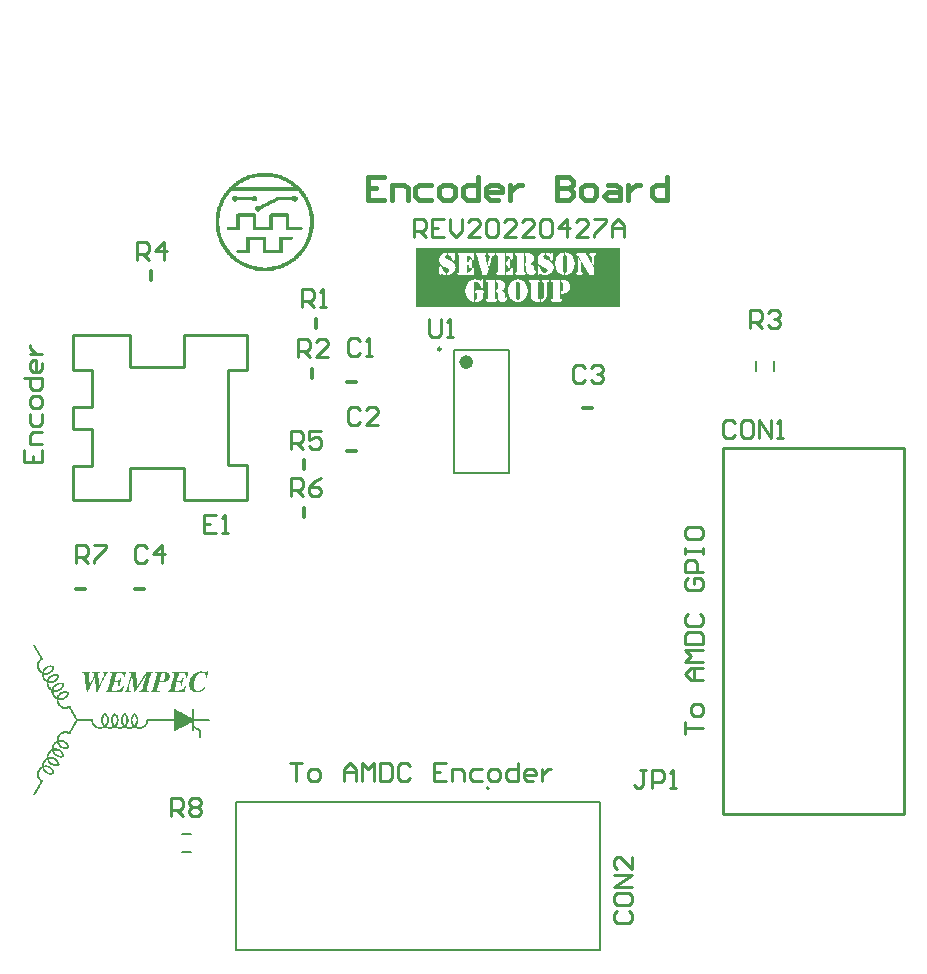
<source format=gto>
G04*
G04 #@! TF.GenerationSoftware,Altium Limited,Altium Designer,21.3.1 (25)*
G04*
G04 Layer_Color=65535*
%FSLAX44Y44*%
%MOMM*%
G71*
G04*
G04 #@! TF.SameCoordinates,4862DC25-4AA2-4778-B268-FF6FA36D4FA1*
G04*
G04*
G04 #@! TF.FilePolarity,Positive*
G04*
G01*
G75*
%ADD10C,0.2500*%
%ADD11C,0.6000*%
%ADD12C,0.2000*%
%ADD13C,0.3048*%
%ADD14C,0.1270*%
%ADD15C,0.2540*%
%ADD16C,0.4000*%
G36*
X698653Y994162D02*
X698353D01*
Y994461D01*
X698653D01*
Y994162D01*
D02*
G37*
G36*
X669012D02*
X668713D01*
Y994461D01*
X669012D01*
Y994162D01*
D02*
G37*
G36*
X639371D02*
X639072D01*
Y994461D01*
X639371D01*
Y994162D01*
D02*
G37*
G36*
X609730D02*
X609431D01*
Y994461D01*
X609730D01*
Y994162D01*
D02*
G37*
G36*
X565419D02*
X565120D01*
Y994461D01*
X565419D01*
Y994162D01*
D02*
G37*
G36*
X258250Y867000D02*
X263250D01*
Y866500D01*
X265750D01*
Y866000D01*
X267750D01*
Y865500D01*
X269250D01*
Y865000D01*
X270750D01*
Y864500D01*
X272250D01*
Y864000D01*
X273250D01*
Y863500D01*
X274250D01*
Y863000D01*
X275250D01*
Y862500D01*
X276250D01*
Y862000D01*
X277250D01*
Y861500D01*
X277750D01*
Y861000D01*
X278750D01*
Y860500D01*
X279750D01*
Y860000D01*
X280250D01*
Y859500D01*
X280750D01*
Y859000D01*
X281750D01*
Y858500D01*
X282250D01*
Y858000D01*
X282750D01*
Y857500D01*
X283250D01*
Y857000D01*
X284250D01*
Y856500D01*
X284750D01*
Y856000D01*
X285250D01*
Y855500D01*
X285750D01*
Y855000D01*
X286250D01*
Y854500D01*
X286750D01*
Y854000D01*
X287250D01*
Y853500D01*
X287750D01*
Y852500D01*
X288250D01*
Y852000D01*
X288750D01*
Y851500D01*
X289250D01*
Y851000D01*
X289750D01*
Y850000D01*
X290250D01*
Y849500D01*
X290750D01*
Y849000D01*
X291250D01*
Y848000D01*
X291750D01*
Y847000D01*
X292250D01*
Y846500D01*
X292750D01*
Y845500D01*
X293250D01*
Y844500D01*
X293750D01*
Y843500D01*
X294250D01*
Y842500D01*
X294750D01*
Y841000D01*
X295250D01*
Y840000D01*
X295750D01*
Y838500D01*
X296250D01*
Y836500D01*
X296750D01*
Y834500D01*
X297250D01*
Y832000D01*
X297750D01*
Y826000D01*
X298250D01*
Y825500D01*
X297750D01*
Y819500D01*
X297250D01*
Y816500D01*
X296750D01*
Y814500D01*
X296250D01*
Y813000D01*
X295750D01*
Y811500D01*
X295250D01*
Y810000D01*
X294750D01*
Y809000D01*
X294250D01*
Y808000D01*
X293750D01*
Y807000D01*
X293250D01*
Y806000D01*
X292750D01*
Y805000D01*
X292250D01*
Y804000D01*
X291750D01*
Y803500D01*
X291250D01*
Y802500D01*
X290750D01*
Y802000D01*
X290250D01*
Y801000D01*
X289750D01*
Y800500D01*
X289250D01*
Y800000D01*
X288750D01*
Y799000D01*
X288250D01*
Y798500D01*
X287750D01*
Y798000D01*
X287250D01*
Y797500D01*
X286750D01*
Y797000D01*
X286250D01*
Y796500D01*
X285750D01*
Y796000D01*
X285250D01*
Y795500D01*
X284750D01*
Y795000D01*
X284250D01*
Y794500D01*
X283750D01*
Y794000D01*
X283250D01*
Y793500D01*
X282750D01*
Y793000D01*
X281750D01*
Y792500D01*
X281250D01*
Y792000D01*
X280750D01*
Y791500D01*
X279750D01*
Y791000D01*
X279250D01*
Y790500D01*
X278250D01*
Y790000D01*
X277250D01*
Y789500D01*
X276750D01*
Y789000D01*
X275750D01*
Y788500D01*
X274750D01*
Y788000D01*
X273750D01*
Y787500D01*
X272750D01*
Y787000D01*
X271250D01*
Y786500D01*
X269750D01*
Y786000D01*
X268250D01*
Y785500D01*
X266250D01*
Y785000D01*
X264250D01*
Y784500D01*
X261250D01*
Y784000D01*
X251750D01*
Y784500D01*
X248250D01*
Y785000D01*
X246250D01*
Y785500D01*
X244250D01*
Y786000D01*
X242750D01*
Y786500D01*
X241250D01*
Y787000D01*
X240250D01*
Y787500D01*
X239250D01*
Y788000D01*
X237750D01*
Y788500D01*
X236750D01*
Y789000D01*
X236250D01*
Y789500D01*
X235250D01*
Y790000D01*
X234250D01*
Y790500D01*
X233750D01*
Y791000D01*
X232750D01*
Y791500D01*
X232250D01*
Y792000D01*
X231250D01*
Y792500D01*
X230750D01*
Y793000D01*
X230250D01*
Y793500D01*
X229750D01*
Y794000D01*
X228750D01*
Y794500D01*
X228250D01*
Y795000D01*
X227750D01*
Y795500D01*
X227250D01*
Y796000D01*
X226750D01*
Y796500D01*
X226250D01*
Y797000D01*
X225750D01*
Y797500D01*
X225250D01*
Y798000D01*
X224750D01*
Y798500D01*
X224250D01*
Y799500D01*
X223750D01*
Y800000D01*
X223250D01*
Y800500D01*
X222750D01*
Y801500D01*
X222250D01*
Y802000D01*
X221750D01*
Y803000D01*
X221250D01*
Y803500D01*
X220750D01*
Y804500D01*
X220250D01*
Y805000D01*
X219750D01*
Y806000D01*
X219250D01*
Y807000D01*
X218750D01*
Y808000D01*
X218250D01*
Y809000D01*
X217750D01*
Y810500D01*
X217250D01*
Y812000D01*
X216750D01*
Y813500D01*
X216250D01*
Y815000D01*
X215750D01*
Y817000D01*
X215250D01*
Y820500D01*
X214750D01*
Y831000D01*
X215250D01*
Y834000D01*
X215750D01*
Y836000D01*
X216250D01*
Y838000D01*
X216750D01*
Y839500D01*
X217250D01*
Y841000D01*
X217750D01*
Y842000D01*
X218250D01*
Y843000D01*
X218750D01*
Y844000D01*
X219250D01*
Y845000D01*
X219750D01*
Y846000D01*
X220250D01*
Y847000D01*
X220750D01*
Y847500D01*
X221250D01*
Y848500D01*
X221750D01*
Y849500D01*
X222250D01*
Y850000D01*
X222750D01*
Y850500D01*
X223250D01*
Y851500D01*
X223750D01*
Y852000D01*
X224250D01*
Y852500D01*
X224750D01*
Y853000D01*
X225250D01*
Y853500D01*
X225750D01*
Y854000D01*
X226250D01*
Y855000D01*
X226750D01*
Y855500D01*
X227750D01*
Y856000D01*
X228250D01*
Y856500D01*
X228750D01*
Y857000D01*
X229250D01*
Y857500D01*
X229750D01*
Y858000D01*
X230250D01*
Y858500D01*
X231250D01*
Y859000D01*
X231750D01*
Y859500D01*
X232250D01*
Y860000D01*
X233250D01*
Y860500D01*
X233750D01*
Y861000D01*
X234750D01*
Y861500D01*
X235750D01*
Y862000D01*
X236250D01*
Y862500D01*
X237250D01*
Y863000D01*
X238250D01*
Y863500D01*
X239250D01*
Y864000D01*
X240750D01*
Y864500D01*
X241750D01*
Y865000D01*
X243250D01*
Y865500D01*
X245250D01*
Y866000D01*
X246750D01*
Y866500D01*
X249750D01*
Y867000D01*
X254250D01*
Y867500D01*
X258250D01*
Y867000D01*
D02*
G37*
G36*
X556804Y753451D02*
X384424D01*
Y804012D01*
X556804D01*
Y753451D01*
D02*
G37*
G36*
X208589Y444139D02*
X208230D01*
Y442345D01*
X207871D01*
Y440550D01*
X207512D01*
Y439115D01*
X206794D01*
Y439474D01*
X206435D01*
Y440191D01*
X206794D01*
Y440550D01*
X206435D01*
Y442345D01*
X206077D01*
Y442703D01*
X205718D01*
Y443421D01*
X205359D01*
Y443780D01*
X204641D01*
Y444139D01*
X201770D01*
Y443780D01*
X201053D01*
Y443421D01*
X200694D01*
Y443062D01*
X200335D01*
Y442703D01*
X199617D01*
Y442345D01*
X199258D01*
Y441627D01*
X198899D01*
Y441268D01*
X198541D01*
Y440550D01*
X198182D01*
Y440191D01*
X197823D01*
Y439474D01*
X197464D01*
Y438397D01*
X197105D01*
Y437321D01*
X196746D01*
Y435885D01*
X196388D01*
Y431220D01*
X196746D01*
Y430144D01*
X197105D01*
Y429785D01*
X197464D01*
Y429426D01*
X197823D01*
Y429067D01*
X198541D01*
Y428708D01*
X201411D01*
Y429067D01*
X202488D01*
Y429426D01*
X203206D01*
Y429785D01*
X203565D01*
Y430144D01*
X203923D01*
Y430502D01*
X204282D01*
Y430861D01*
X204641D01*
Y431220D01*
X205000D01*
Y431579D01*
X205718D01*
Y431220D01*
X206077D01*
Y430861D01*
X205718D01*
Y430144D01*
X205359D01*
Y429785D01*
X205000D01*
Y429426D01*
X204282D01*
Y429067D01*
X203923D01*
Y428708D01*
X203565D01*
Y428349D01*
X202847D01*
Y427990D01*
X202129D01*
Y427632D01*
X200694D01*
Y427273D01*
X197823D01*
Y427632D01*
X196388D01*
Y427990D01*
X195670D01*
Y428349D01*
X194952D01*
Y428708D01*
X194593D01*
Y429067D01*
X194234D01*
Y429426D01*
X193876D01*
Y429785D01*
X193517D01*
Y430144D01*
X193158D01*
Y430861D01*
X192799D01*
Y431938D01*
X192440D01*
Y436244D01*
X192799D01*
Y437679D01*
X193158D01*
Y438756D01*
X193517D01*
Y439474D01*
X193876D01*
Y440191D01*
X194234D01*
Y440550D01*
X194593D01*
Y440909D01*
X194952D01*
Y441627D01*
X195311D01*
Y441986D01*
X195670D01*
Y442345D01*
X196029D01*
Y442703D01*
X196746D01*
Y443062D01*
X197105D01*
Y443421D01*
X197464D01*
Y443780D01*
X198182D01*
Y444139D01*
X198899D01*
Y444498D01*
X199976D01*
Y444856D01*
X201770D01*
Y445215D01*
X203565D01*
Y444856D01*
X205359D01*
Y444498D01*
X207512D01*
Y444856D01*
X207871D01*
Y445215D01*
X208589D01*
Y444139D01*
D02*
G37*
G36*
X191364Y443062D02*
X191005D01*
Y441627D01*
X190646D01*
Y440191D01*
X190287D01*
Y439832D01*
X189928D01*
Y441627D01*
X189569D01*
Y442345D01*
X189210D01*
Y442703D01*
X188852D01*
Y443062D01*
X188493D01*
Y443421D01*
X187775D01*
Y443780D01*
X183828D01*
Y443062D01*
X183469D01*
Y441627D01*
X183110D01*
Y440550D01*
X182751D01*
Y439115D01*
X182392D01*
Y438038D01*
X182034D01*
Y436962D01*
X183469D01*
Y437321D01*
X185263D01*
Y437679D01*
X185981D01*
Y438038D01*
X186340D01*
Y438756D01*
X186699D01*
Y439115D01*
X187057D01*
Y439832D01*
X187775D01*
Y438397D01*
X187416D01*
Y437321D01*
X187057D01*
Y436962D01*
Y436603D01*
Y435885D01*
X186699D01*
Y434450D01*
X186340D01*
Y433373D01*
X185981D01*
Y432655D01*
X185622D01*
Y433014D01*
X185263D01*
Y433732D01*
X185622D01*
Y434450D01*
X185263D01*
Y435526D01*
X184904D01*
Y435885D01*
X184187D01*
Y436244D01*
X181675D01*
Y435168D01*
X181316D01*
Y433732D01*
X180957D01*
Y432297D01*
X180598D01*
Y431220D01*
X180239D01*
Y429785D01*
X179880D01*
Y429067D01*
X180239D01*
Y428708D01*
X184187D01*
Y429067D01*
X185263D01*
Y429426D01*
X185981D01*
Y429785D01*
X186699D01*
Y430144D01*
X187057D01*
Y430502D01*
X187775D01*
Y430861D01*
X188134D01*
Y431579D01*
X188493D01*
Y431938D01*
X188852D01*
Y432297D01*
X189210D01*
Y432655D01*
X189928D01*
Y431938D01*
X189569D01*
Y430861D01*
X189210D01*
Y429785D01*
X188852D01*
Y428708D01*
X188493D01*
Y427990D01*
X188134D01*
Y427632D01*
X174498D01*
Y428349D01*
X174856D01*
Y428708D01*
X175574D01*
Y429067D01*
X175933D01*
Y429426D01*
X176292D01*
Y430502D01*
X176651D01*
Y431579D01*
X177010D01*
Y433014D01*
X177368D01*
Y434450D01*
X177727D01*
Y435885D01*
X178086D01*
Y436962D01*
X178445D01*
Y438397D01*
X178804D01*
Y439474D01*
X179163D01*
Y440909D01*
X179522D01*
Y442703D01*
X179880D01*
Y443421D01*
X179522D01*
Y443780D01*
X178804D01*
Y444139D01*
X177727D01*
Y444498D01*
X178086D01*
Y444856D01*
X178804D01*
Y444498D01*
X187775D01*
Y444856D01*
X188134D01*
Y444498D01*
X190287D01*
Y444856D01*
X190646D01*
Y444498D01*
X191005D01*
Y444856D01*
X191364D01*
Y443062D01*
D02*
G37*
G36*
X170909Y444498D02*
X173421D01*
Y444139D01*
X174139D01*
Y443780D01*
X174856D01*
Y443421D01*
X175215D01*
Y442703D01*
X175574D01*
Y441986D01*
X175933D01*
Y439474D01*
X175574D01*
Y438756D01*
X175215D01*
Y438038D01*
X174856D01*
Y437679D01*
X174498D01*
Y437321D01*
X174139D01*
Y436962D01*
X173421D01*
Y436603D01*
X172703D01*
Y436244D01*
X171268D01*
Y435885D01*
X166962D01*
Y435168D01*
X166603D01*
Y433732D01*
X166244D01*
Y432297D01*
X165885D01*
Y431220D01*
X165526D01*
Y428708D01*
X166244D01*
Y428349D01*
X167321D01*
Y427990D01*
X166962D01*
Y427632D01*
X159785D01*
Y428349D01*
X160502D01*
Y428708D01*
X161220D01*
Y429067D01*
Y429426D01*
X161579D01*
Y430144D01*
X161938D01*
Y431579D01*
X162297D01*
Y433014D01*
X162656D01*
Y434450D01*
X163014D01*
Y435526D01*
X163373D01*
Y436603D01*
X163732D01*
Y438038D01*
X164091D01*
Y439115D01*
X164450D01*
Y440909D01*
X164809D01*
Y442345D01*
X165168D01*
Y443421D01*
X164809D01*
Y443780D01*
X164091D01*
Y444139D01*
X163373D01*
Y444856D01*
X163732D01*
Y444498D01*
X170550D01*
Y444856D01*
X170909D01*
Y444498D01*
D02*
G37*
G36*
X161579D02*
X161938D01*
Y444139D01*
X161220D01*
Y443780D01*
X160502D01*
Y443421D01*
X160144D01*
Y442703D01*
X159785D01*
Y441627D01*
X159426D01*
Y440550D01*
X159067D01*
Y439115D01*
X158708D01*
Y438038D01*
X158349D01*
Y436603D01*
X157990D01*
Y435168D01*
X157632D01*
Y433732D01*
X157273D01*
Y432655D01*
X156914D01*
Y431220D01*
X156555D01*
Y429785D01*
X156196D01*
Y429426D01*
X156555D01*
Y428708D01*
X156914D01*
Y428349D01*
X158349D01*
Y427990D01*
X157990D01*
Y427632D01*
X150455D01*
Y427990D01*
X150096D01*
Y428349D01*
X151172D01*
Y428708D01*
X151890D01*
Y429067D01*
X152249D01*
Y429426D01*
X152608D01*
Y430144D01*
X152966D01*
Y431579D01*
X153325D01*
Y433014D01*
X153684D01*
Y434091D01*
X154043D01*
Y435526D01*
X154402D01*
Y436603D01*
X154761D01*
Y438038D01*
X155120D01*
Y439474D01*
X155478D01*
Y440550D01*
X155837D01*
Y441268D01*
X155478D01*
Y440909D01*
X155120D01*
Y440191D01*
X154761D01*
Y439832D01*
X154402D01*
Y439115D01*
X154043D01*
Y438756D01*
X153684D01*
Y438038D01*
X153325D01*
Y437679D01*
X152966D01*
Y436962D01*
X152608D01*
Y436603D01*
X152249D01*
Y436244D01*
X151890D01*
Y435526D01*
X151531D01*
Y434809D01*
X151172D01*
Y434091D01*
X150813D01*
Y433732D01*
X150455D01*
Y433373D01*
X150096D01*
Y432655D01*
X149737D01*
Y431938D01*
X149378D01*
Y431579D01*
X149019D01*
Y430861D01*
X148660D01*
Y430502D01*
X148301D01*
Y429785D01*
X147943D01*
Y429426D01*
X147584D01*
Y429067D01*
X147225D01*
Y428349D01*
X146866D01*
Y427632D01*
X145789D01*
Y428708D01*
X145431D01*
Y431579D01*
X145072D01*
Y434809D01*
X144713D01*
Y438397D01*
X144354D01*
Y440909D01*
X143636D01*
Y439474D01*
X143278D01*
Y439115D01*
Y438756D01*
Y438038D01*
X142919D01*
Y436962D01*
X142560D01*
Y435168D01*
X142201D01*
Y434091D01*
X141842D01*
Y432655D01*
X141483D01*
Y431579D01*
X141124D01*
Y429067D01*
X141483D01*
Y428708D01*
X142201D01*
Y428349D01*
X142919D01*
Y427632D01*
X137895D01*
Y428349D01*
X138254D01*
Y428708D01*
X138971D01*
Y429067D01*
X139330D01*
Y429785D01*
X139689D01*
Y430502D01*
X140048D01*
Y431579D01*
X140407D01*
Y433014D01*
X140765D01*
Y434450D01*
X141124D01*
Y435526D01*
X141483D01*
Y436603D01*
X141842D01*
Y437679D01*
X142201D01*
Y439115D01*
X142560D01*
Y440550D01*
X142919D01*
Y441627D01*
X143278D01*
Y443780D01*
X142919D01*
Y444139D01*
X141483D01*
Y444498D01*
X141842D01*
Y444856D01*
X142560D01*
Y444498D01*
X146507D01*
Y444856D01*
X146866D01*
Y444498D01*
X147225D01*
Y442703D01*
X147584D01*
Y439474D01*
X147943D01*
Y436603D01*
X148301D01*
Y433014D01*
X149019D01*
Y433732D01*
X149378D01*
Y434091D01*
X149737D01*
Y434809D01*
X150096D01*
Y435168D01*
X150455D01*
Y435885D01*
X150813D01*
Y436244D01*
X151172D01*
Y436962D01*
X151531D01*
Y437321D01*
X151890D01*
Y438038D01*
X152249D01*
Y438397D01*
X152608D01*
Y439115D01*
X152966D01*
Y439474D01*
X153325D01*
Y440191D01*
X153684D01*
Y440909D01*
X154043D01*
Y441268D01*
X154402D01*
Y441986D01*
X154761D01*
Y442345D01*
X155120D01*
Y443062D01*
X155478D01*
Y443421D01*
X155837D01*
Y444139D01*
X156196D01*
Y444498D01*
X156555D01*
Y444856D01*
X156914D01*
Y444498D01*
X157273D01*
Y444856D01*
X157632D01*
Y444498D01*
X161220D01*
Y444856D01*
X161579D01*
Y444498D01*
D02*
G37*
G36*
X138612Y443062D02*
X138254D01*
Y441268D01*
X137895D01*
Y440191D01*
X137536D01*
Y439832D01*
X137177D01*
Y441268D01*
X136818D01*
Y442345D01*
X136459D01*
Y442703D01*
X136101D01*
Y443062D01*
X135742D01*
Y443421D01*
X134665D01*
Y443780D01*
X131076D01*
Y443062D01*
X130718D01*
Y441627D01*
X130359D01*
Y440550D01*
X130000D01*
Y439115D01*
X129641D01*
Y437679D01*
X129282D01*
Y437321D01*
X129641D01*
Y436962D01*
X130359D01*
Y437321D01*
X132512D01*
Y437679D01*
X132871D01*
Y438038D01*
X133588D01*
Y438397D01*
X133947D01*
Y439474D01*
X134306D01*
Y439832D01*
X135024D01*
Y438397D01*
X134665D01*
Y437321D01*
X134306D01*
Y435885D01*
X133947D01*
Y434450D01*
X133588D01*
Y433014D01*
X132512D01*
Y435526D01*
X132153D01*
Y435885D01*
X131435D01*
Y436244D01*
X128923D01*
Y435168D01*
X128565D01*
Y433732D01*
X128206D01*
Y432655D01*
X127847D01*
Y431579D01*
X127488D01*
Y429785D01*
X127129D01*
Y429426D01*
X127488D01*
Y428708D01*
X131435D01*
Y429067D01*
X132512D01*
Y429426D01*
X133230D01*
Y429785D01*
X133947D01*
Y430144D01*
X134306D01*
Y430502D01*
X134665D01*
Y430861D01*
X135383D01*
Y431220D01*
X135742D01*
Y431938D01*
X136101D01*
Y432655D01*
X137177D01*
Y432297D01*
X136818D01*
Y431220D01*
X136459D01*
Y430144D01*
X136101D01*
Y428708D01*
X135742D01*
Y427990D01*
X135383D01*
Y427632D01*
X121746D01*
Y428349D01*
X122105D01*
Y428708D01*
X122823D01*
Y429067D01*
X123182D01*
Y429426D01*
X123541D01*
Y430502D01*
X123899D01*
Y431938D01*
X124258D01*
Y433014D01*
X124617D01*
Y434450D01*
X124976D01*
Y435885D01*
X125335D01*
Y437321D01*
X125694D01*
Y438397D01*
X126053D01*
Y439832D01*
X126412D01*
Y440909D01*
X126770D01*
Y442345D01*
X127129D01*
Y443421D01*
X126770D01*
Y443780D01*
X126053D01*
Y444139D01*
X125335D01*
Y444856D01*
X125694D01*
Y444498D01*
X130359D01*
Y444856D01*
X130718D01*
Y444498D01*
X134665D01*
Y444856D01*
X135024D01*
Y444498D01*
X136101D01*
Y444856D01*
X136459D01*
Y444498D01*
X137177D01*
Y444856D01*
X137536D01*
Y444498D01*
X138254D01*
Y444856D01*
X138612D01*
Y443062D01*
D02*
G37*
G36*
X123899Y444139D02*
X123182D01*
Y443780D01*
X122823D01*
Y443421D01*
X122464D01*
Y443062D01*
X122105D01*
Y442345D01*
X121746D01*
Y441627D01*
X121388D01*
Y440909D01*
X121029D01*
Y440191D01*
X120670D01*
Y439474D01*
X120311D01*
Y438756D01*
X119952D01*
Y438038D01*
X119593D01*
Y437321D01*
X119234D01*
Y436603D01*
X118876D01*
Y435885D01*
X118517D01*
Y435168D01*
X118158D01*
Y434091D01*
X117799D01*
Y433732D01*
X117440D01*
Y433014D01*
X117081D01*
Y432297D01*
X116722D01*
Y431220D01*
X116364D01*
Y430502D01*
X116005D01*
Y429785D01*
X115646D01*
Y429067D01*
X115287D01*
Y428349D01*
X114928D01*
Y427632D01*
X114569D01*
Y427273D01*
X113852D01*
Y428708D01*
X113493D01*
Y431579D01*
X113134D01*
Y434450D01*
X112775D01*
Y437321D01*
X112416D01*
Y439474D01*
X112057D01*
Y438756D01*
X111699D01*
Y438038D01*
X111340D01*
Y437321D01*
X110981D01*
Y436603D01*
X110622D01*
Y435885D01*
X110263D01*
Y434809D01*
X109904D01*
Y434091D01*
X109545D01*
Y433373D01*
X109187D01*
Y432655D01*
X108828D01*
Y431938D01*
X108469D01*
Y431220D01*
X108110D01*
Y430502D01*
X107751D01*
Y429785D01*
X107392D01*
Y429067D01*
X107034D01*
Y427990D01*
X106675D01*
Y427273D01*
X105598D01*
Y429785D01*
X105239D01*
Y432297D01*
X104880D01*
Y434809D01*
X104522D01*
Y436244D01*
Y436603D01*
Y437321D01*
X104163D01*
Y439832D01*
X103804D01*
Y442345D01*
X103445D01*
Y443780D01*
X102368D01*
Y444139D01*
X101651D01*
Y444498D01*
X102009D01*
Y444856D01*
X102368D01*
Y444498D01*
X106675D01*
Y444856D01*
X107034D01*
Y444498D01*
X108110D01*
Y444856D01*
X108469D01*
Y444498D01*
X108828D01*
Y444139D01*
X108110D01*
Y443780D01*
X107392D01*
Y440191D01*
X107751D01*
Y436244D01*
X108110D01*
Y433732D01*
X108469D01*
Y434091D01*
X108828D01*
Y435168D01*
X109187D01*
Y435885D01*
X109545D01*
Y436603D01*
X109904D01*
Y437321D01*
X110263D01*
Y438038D01*
X110622D01*
Y438756D01*
X110981D01*
Y439474D01*
X111340D01*
Y440191D01*
X111699D01*
Y440909D01*
X112057D01*
Y443062D01*
X111699D01*
Y443780D01*
X110981D01*
Y444139D01*
X110263D01*
Y444498D01*
X110622D01*
Y444856D01*
X110981D01*
Y444498D01*
X114211D01*
Y444856D01*
X114569D01*
Y444498D01*
X116364D01*
Y444856D01*
X116722D01*
Y444498D01*
X117081D01*
Y444139D01*
X116364D01*
Y443780D01*
X115646D01*
Y442703D01*
X115287D01*
Y442345D01*
X115646D01*
Y439474D01*
X116005D01*
Y436603D01*
X116364D01*
Y433732D01*
X116722D01*
Y434450D01*
X117081D01*
Y435168D01*
X117440D01*
Y435885D01*
X117799D01*
Y436603D01*
X118158D01*
Y437321D01*
X118517D01*
Y438038D01*
X118876D01*
Y439115D01*
X119234D01*
Y439832D01*
X119593D01*
Y440550D01*
X119952D01*
Y441268D01*
X120311D01*
Y441986D01*
X120670D01*
Y443780D01*
X120311D01*
Y444139D01*
X119234D01*
Y444856D01*
X119952D01*
Y444498D01*
X122105D01*
Y444856D01*
X122464D01*
Y444498D01*
X123182D01*
Y444856D01*
X123899D01*
Y444139D01*
D02*
G37*
G36*
X61818Y467464D02*
X62177D01*
Y466746D01*
X62536D01*
Y466029D01*
X62895D01*
Y465311D01*
X63254D01*
Y464952D01*
X63612D01*
Y464235D01*
X63971D01*
Y463517D01*
X64330D01*
Y462799D01*
X64689D01*
Y462081D01*
X65048D01*
Y461722D01*
X65407D01*
Y461005D01*
X65766D01*
Y460287D01*
X66124D01*
Y459569D01*
X66483D01*
Y459211D01*
X66842D01*
Y458493D01*
X67201D01*
Y457775D01*
X67560D01*
Y457057D01*
X67919D01*
Y456699D01*
X68278D01*
Y455981D01*
X68636D01*
Y455263D01*
X68278D01*
Y454904D01*
X67560D01*
Y454545D01*
X67201D01*
Y454187D01*
X66842D01*
Y453828D01*
X66483D01*
Y453469D01*
X66124D01*
Y452751D01*
X65766D01*
Y452034D01*
X65407D01*
Y450957D01*
X65048D01*
Y448804D01*
X65407D01*
Y447727D01*
X65766D01*
Y447010D01*
X66124D01*
Y446292D01*
X66483D01*
Y445933D01*
X66842D01*
Y445574D01*
X67201D01*
Y445215D01*
X67560D01*
Y444856D01*
X68278D01*
Y445933D01*
X68636D01*
Y446651D01*
X68995D01*
Y447010D01*
X69354D01*
Y447727D01*
X69713D01*
Y448086D01*
X70072D01*
Y448445D01*
X70789D01*
Y448804D01*
X71148D01*
Y449163D01*
X71866D01*
Y449521D01*
X72943D01*
Y449880D01*
X74378D01*
Y450239D01*
X75813D01*
Y449880D01*
X77249D01*
Y449521D01*
X77966D01*
Y449163D01*
X78325D01*
Y447727D01*
X77966D01*
Y447010D01*
X77608D01*
Y446292D01*
X77249D01*
Y445574D01*
X76890D01*
Y444856D01*
X76172D01*
Y444498D01*
X75813D01*
Y444139D01*
X75455D01*
Y443780D01*
X75096D01*
Y443421D01*
X74378D01*
Y443062D01*
X73660D01*
Y442703D01*
X72584D01*
Y442345D01*
X69713D01*
Y442703D01*
X69354D01*
Y440909D01*
X69713D01*
Y439832D01*
X70072D01*
Y439474D01*
X70431D01*
Y438756D01*
X70789D01*
Y438397D01*
X71148D01*
Y438038D01*
X71507D01*
Y437679D01*
X72225D01*
Y438397D01*
X72584D01*
Y439115D01*
X72943D01*
Y439832D01*
X73301D01*
Y440191D01*
X73660D01*
Y440550D01*
X74019D01*
Y440909D01*
X74378D01*
Y441268D01*
X74737D01*
Y441627D01*
X75455D01*
Y441986D01*
X76172D01*
Y442345D01*
X77249D01*
Y442703D01*
X81196D01*
Y442345D01*
X82273D01*
Y441627D01*
X82632D01*
Y441268D01*
X82273D01*
Y440191D01*
X81914D01*
Y439115D01*
X81555D01*
Y438397D01*
X81196D01*
Y438038D01*
X80837D01*
Y437679D01*
X80478D01*
Y437321D01*
X80120D01*
Y436962D01*
X79761D01*
Y436603D01*
X79402D01*
Y436244D01*
X78684D01*
Y435885D01*
X77608D01*
Y435526D01*
X76531D01*
Y435168D01*
X73301D01*
Y434091D01*
X73660D01*
Y433014D01*
X74019D01*
Y432297D01*
X74378D01*
Y431938D01*
X74737D01*
Y431579D01*
X75096D01*
Y431220D01*
X75455D01*
Y430861D01*
X75813D01*
Y430502D01*
X76531D01*
Y431579D01*
X76890D01*
Y431938D01*
X77249D01*
Y432655D01*
X77608D01*
Y433014D01*
X77966D01*
Y433373D01*
X78325D01*
Y433732D01*
X78684D01*
Y434091D01*
X79043D01*
Y434450D01*
X79761D01*
Y434809D01*
X80478D01*
Y435168D01*
X81555D01*
Y435526D01*
X85143D01*
Y435168D01*
X86220D01*
Y434809D01*
X86579D01*
Y433373D01*
X86220D01*
Y432297D01*
X85861D01*
Y431579D01*
X85502D01*
Y431220D01*
X85143D01*
Y430502D01*
X84785D01*
Y430144D01*
X84426D01*
Y429785D01*
X84067D01*
Y429426D01*
X83349D01*
Y429067D01*
X82990D01*
Y428708D01*
X82273D01*
Y428349D01*
X81196D01*
Y427990D01*
X77608D01*
Y426196D01*
X77966D01*
Y425479D01*
X78325D01*
Y424761D01*
X78684D01*
Y424402D01*
X79043D01*
Y424043D01*
X79402D01*
Y423684D01*
X79761D01*
Y423325D01*
X80478D01*
Y424043D01*
X80837D01*
Y424761D01*
X81196D01*
Y425120D01*
X81555D01*
Y425479D01*
X81914D01*
Y426196D01*
X82273D01*
Y426555D01*
X82990D01*
Y426914D01*
X83349D01*
Y427273D01*
X84067D01*
Y427632D01*
X84785D01*
Y427990D01*
X85861D01*
Y428349D01*
X89091D01*
Y427990D01*
X90168D01*
Y427632D01*
X90526D01*
Y425479D01*
X90168D01*
Y424761D01*
X89809D01*
Y424043D01*
X89450D01*
Y423684D01*
X89091D01*
Y423325D01*
X88732D01*
Y422966D01*
X88373D01*
Y422608D01*
X88014D01*
Y422249D01*
X87655D01*
Y421890D01*
X87297D01*
Y421531D01*
X86579D01*
Y421172D01*
X85502D01*
Y420813D01*
X81555D01*
Y419737D01*
X81914D01*
Y418660D01*
X82273D01*
Y417943D01*
X82632D01*
Y417225D01*
X82990D01*
Y416866D01*
X83349D01*
Y416507D01*
X83708D01*
Y416148D01*
X84426D01*
Y415789D01*
X84785D01*
Y415431D01*
X85861D01*
Y415072D01*
X89091D01*
Y415431D01*
X90168D01*
Y415789D01*
X91603D01*
Y415431D01*
X91962D01*
Y414713D01*
X92321D01*
Y413995D01*
X92679D01*
Y413278D01*
X93038D01*
Y412560D01*
X93397D01*
Y412201D01*
X93756D01*
Y411483D01*
X94115D01*
Y410765D01*
X94474D01*
Y410407D01*
X94832D01*
Y409689D01*
X95191D01*
Y408971D01*
X95550D01*
Y408254D01*
X95909D01*
Y407895D01*
X96268D01*
Y407177D01*
X96627D01*
Y406459D01*
X96986D01*
Y405742D01*
X97345D01*
Y405024D01*
X97703D01*
Y404665D01*
X110622D01*
Y404306D01*
X110981D01*
Y402871D01*
X111340D01*
Y401794D01*
X111699D01*
Y401077D01*
X112057D01*
Y400359D01*
X112416D01*
Y400000D01*
X112775D01*
Y399641D01*
X113134D01*
Y399282D01*
X113493D01*
Y398923D01*
X114211D01*
Y398565D01*
X114569D01*
Y398206D01*
X116005D01*
Y397847D01*
X118158D01*
Y398206D01*
X119234D01*
Y398565D01*
X119593D01*
Y399282D01*
X119234D01*
Y399641D01*
X118876D01*
Y400359D01*
X118517D01*
Y401077D01*
X118158D01*
Y402153D01*
X117799D01*
Y405383D01*
X118158D01*
Y406459D01*
X118517D01*
Y407177D01*
X118876D01*
Y407895D01*
X119234D01*
Y408254D01*
X119593D01*
Y408971D01*
X119952D01*
Y409330D01*
X120311D01*
Y409689D01*
X121746D01*
Y409330D01*
X122105D01*
Y408971D01*
X122464D01*
Y408612D01*
X122823D01*
Y408254D01*
X123182D01*
Y407536D01*
X123541D01*
Y406818D01*
X123899D01*
Y406101D01*
X124258D01*
Y401794D01*
X123899D01*
Y400718D01*
X123541D01*
Y400000D01*
X123182D01*
Y399641D01*
X122823D01*
Y398923D01*
X122464D01*
Y398565D01*
X123182D01*
Y398206D01*
X124258D01*
Y397847D01*
X126412D01*
Y398206D01*
X127488D01*
Y398565D01*
X128206D01*
Y398923D01*
X127847D01*
Y399282D01*
X127488D01*
Y400000D01*
X127129D01*
Y400718D01*
X126770D01*
Y401435D01*
X126412D01*
Y402871D01*
X126053D01*
Y404665D01*
X126412D01*
Y406101D01*
X126770D01*
Y407177D01*
X127129D01*
Y407895D01*
X127488D01*
Y408254D01*
X127847D01*
Y408612D01*
X128206D01*
Y408971D01*
X128565D01*
Y409330D01*
X128923D01*
Y409689D01*
X130000D01*
Y409330D01*
X130359D01*
Y408971D01*
X130718D01*
Y408612D01*
X131076D01*
Y408254D01*
X131435D01*
Y407895D01*
X131794D01*
Y407177D01*
X132153D01*
Y406101D01*
X132512D01*
Y404665D01*
X132871D01*
Y402871D01*
X132512D01*
Y401435D01*
X132153D01*
Y400718D01*
X131794D01*
Y399641D01*
X131435D01*
Y399282D01*
X131076D01*
Y398923D01*
X130718D01*
Y398565D01*
X131435D01*
Y398206D01*
X132512D01*
Y397847D01*
X134665D01*
Y398206D01*
X135742D01*
Y398565D01*
X136459D01*
Y398923D01*
X136101D01*
Y399641D01*
X135742D01*
Y400000D01*
X135383D01*
Y400718D01*
X135024D01*
Y401435D01*
X134665D01*
Y403588D01*
X134306D01*
Y404306D01*
X134665D01*
Y406101D01*
X135024D01*
Y406818D01*
X135383D01*
Y407536D01*
X135742D01*
Y408254D01*
X136101D01*
Y408612D01*
X136459D01*
Y408971D01*
X136818D01*
Y409330D01*
X137177D01*
Y409689D01*
X138612D01*
Y408971D01*
X139330D01*
Y408254D01*
X139689D01*
Y407895D01*
X140048D01*
Y407536D01*
X140407D01*
Y406459D01*
X140765D01*
Y405024D01*
X141124D01*
Y402512D01*
X140765D01*
Y401077D01*
X140407D01*
Y400359D01*
X140048D01*
Y399641D01*
X139689D01*
Y399282D01*
X139330D01*
Y398565D01*
X139689D01*
Y398206D01*
X140765D01*
Y397847D01*
X142919D01*
Y398206D01*
X144354D01*
Y398565D01*
X144713D01*
Y399282D01*
X144354D01*
Y399641D01*
X143995D01*
Y400000D01*
X143636D01*
Y400718D01*
X143278D01*
Y401794D01*
X142919D01*
Y405742D01*
X143278D01*
Y406818D01*
X143636D01*
Y407536D01*
X143995D01*
Y408254D01*
X144354D01*
Y408612D01*
X144713D01*
Y408971D01*
X145072D01*
Y409330D01*
X145431D01*
Y409689D01*
X146866D01*
Y409330D01*
X147225D01*
Y408971D01*
X147584D01*
Y408612D01*
X147943D01*
Y407895D01*
X148301D01*
Y407536D01*
X148660D01*
Y406818D01*
X149019D01*
Y405742D01*
X149378D01*
Y402153D01*
X149019D01*
Y400718D01*
X148660D01*
Y400000D01*
X148301D01*
Y399641D01*
X147943D01*
Y399282D01*
X147584D01*
Y398565D01*
X147943D01*
Y398206D01*
X149019D01*
Y397847D01*
X151531D01*
Y398206D01*
X152608D01*
Y398565D01*
X153325D01*
Y398923D01*
X153684D01*
Y399282D01*
X154402D01*
Y399641D01*
X154761D01*
Y400359D01*
X155120D01*
Y400718D01*
X155478D01*
Y401435D01*
X155837D01*
Y402512D01*
X156196D01*
Y404306D01*
X156555D01*
Y404665D01*
X179880D01*
Y412919D01*
X180957D01*
Y412560D01*
X181675D01*
Y412201D01*
X182392D01*
Y411842D01*
X183110D01*
Y411483D01*
X183828D01*
Y411124D01*
X184187D01*
Y410765D01*
X184904D01*
Y410407D01*
X185981D01*
Y410048D01*
X186340D01*
Y409689D01*
X187057D01*
Y409330D01*
X187775D01*
Y408971D01*
X188493D01*
Y408612D01*
X188852D01*
Y408254D01*
X189928D01*
Y407895D01*
X190646D01*
Y407536D01*
X191005D01*
Y407177D01*
X191723D01*
Y406818D01*
X192440D01*
Y406459D01*
X193158D01*
Y406101D01*
X193876D01*
Y405742D01*
X194593D01*
Y405383D01*
X194952D01*
Y412919D01*
X196746D01*
Y404665D01*
X209306D01*
Y404306D01*
X209665D01*
Y403230D01*
X209306D01*
Y402871D01*
X196746D01*
Y398565D01*
X197105D01*
Y398206D01*
X197823D01*
Y397847D01*
X198541D01*
Y397488D01*
X199258D01*
Y397129D01*
X199617D01*
Y396770D01*
X200335D01*
Y396412D01*
X201053D01*
Y396053D01*
X201770D01*
Y395694D01*
X202129D01*
Y395335D01*
X202488D01*
Y389593D01*
X202129D01*
Y388876D01*
X201053D01*
Y389593D01*
X200694D01*
Y394617D01*
X200335D01*
Y394976D01*
X199617D01*
Y395335D01*
X198899D01*
Y395694D01*
X198182D01*
Y396053D01*
X197823D01*
Y396412D01*
X197105D01*
Y396770D01*
X196746D01*
Y394617D01*
X194952D01*
Y402153D01*
X194593D01*
Y401794D01*
X193876D01*
Y401435D01*
X193158D01*
Y401077D01*
X192440D01*
Y400718D01*
X191723D01*
Y400359D01*
X191005D01*
Y400000D01*
X190646D01*
Y399641D01*
X189569D01*
Y399282D01*
X189210D01*
Y398923D01*
X188493D01*
Y398565D01*
X187775D01*
Y398206D01*
X187057D01*
Y397847D01*
X186340D01*
Y397488D01*
X185622D01*
Y397129D01*
X184904D01*
Y396770D01*
X184187D01*
Y396412D01*
X183828D01*
Y396053D01*
X183110D01*
Y395694D01*
X182392D01*
Y395335D01*
X181675D01*
Y394976D01*
X180957D01*
Y394617D01*
X179880D01*
Y402871D01*
X157632D01*
Y401435D01*
X157273D01*
Y400718D01*
X156914D01*
Y400000D01*
X156555D01*
Y399641D01*
X156196D01*
Y398923D01*
X155837D01*
Y398565D01*
X155478D01*
Y398206D01*
X155120D01*
Y397847D01*
X154402D01*
Y397488D01*
X154043D01*
Y397129D01*
X153325D01*
Y396770D01*
X152249D01*
Y396412D01*
X148301D01*
Y396770D01*
X147225D01*
Y397129D01*
X146866D01*
Y397488D01*
X145431D01*
Y397129D01*
X144713D01*
Y396770D01*
X143636D01*
Y396412D01*
X140048D01*
Y396770D01*
X138971D01*
Y397129D01*
X138254D01*
Y397488D01*
X137177D01*
Y397129D01*
X136459D01*
Y396770D01*
X135383D01*
Y396412D01*
X131794D01*
Y396770D01*
X130718D01*
Y397129D01*
X130000D01*
Y397488D01*
X128923D01*
Y397129D01*
X128206D01*
Y396770D01*
X127129D01*
Y396412D01*
X123541D01*
Y396770D01*
X122464D01*
Y397129D01*
X121746D01*
Y397488D01*
X120670D01*
Y397129D01*
X119593D01*
Y396770D01*
X118876D01*
Y396412D01*
X115287D01*
Y396770D01*
X114211D01*
Y397129D01*
X113493D01*
Y397488D01*
X112775D01*
Y397847D01*
X112057D01*
Y398206D01*
X111699D01*
Y398923D01*
X111340D01*
Y399282D01*
X110981D01*
Y399641D01*
X110622D01*
Y400000D01*
X110263D01*
Y401077D01*
X109904D01*
Y402153D01*
X109545D01*
Y403230D01*
X99856D01*
Y402871D01*
X99498D01*
Y403230D01*
X98062D01*
Y402871D01*
X97703D01*
Y402512D01*
X97345D01*
Y401794D01*
X96986D01*
Y401077D01*
X96627D01*
Y400718D01*
X96268D01*
Y400000D01*
X95909D01*
Y399282D01*
X95550D01*
Y398923D01*
X95191D01*
Y398206D01*
X94832D01*
Y397488D01*
X94474D01*
Y396770D01*
X94115D01*
Y396053D01*
X93756D01*
Y395694D01*
X93397D01*
Y394976D01*
X93038D01*
Y394617D01*
X92679D01*
Y393541D01*
X92321D01*
Y393182D01*
X91962D01*
Y392464D01*
X91603D01*
Y392105D01*
X91244D01*
Y391746D01*
X90526D01*
Y392105D01*
X89809D01*
Y392464D01*
X88732D01*
Y392823D01*
X86579D01*
Y392464D01*
X85502D01*
Y392105D01*
X84785D01*
Y391746D01*
X84067D01*
Y391388D01*
X83708D01*
Y391029D01*
X83349D01*
Y390670D01*
X82990D01*
Y390311D01*
X82632D01*
Y389593D01*
X82273D01*
Y388876D01*
X81914D01*
Y386722D01*
X82273D01*
Y387081D01*
X84785D01*
Y386722D01*
X86220D01*
Y386364D01*
X86938D01*
Y386005D01*
X87655D01*
Y385646D01*
X88014D01*
Y385287D01*
X88373D01*
Y384928D01*
X88732D01*
Y384569D01*
X89450D01*
Y383852D01*
X89809D01*
Y383134D01*
X90168D01*
Y382416D01*
X90526D01*
Y381340D01*
X90885D01*
Y380263D01*
X90526D01*
Y379904D01*
X89809D01*
Y379545D01*
X85502D01*
Y379904D01*
X84426D01*
Y380263D01*
X83708D01*
Y380622D01*
X83349D01*
Y380981D01*
X82990D01*
Y381340D01*
X82273D01*
Y381699D01*
X81914D01*
Y382416D01*
X81555D01*
Y382775D01*
X81196D01*
Y383493D01*
X80837D01*
Y384211D01*
X80478D01*
Y384569D01*
X80120D01*
Y384211D01*
X79761D01*
Y383852D01*
X79402D01*
Y383493D01*
X79043D01*
Y383134D01*
X78684D01*
Y382775D01*
X78325D01*
Y382057D01*
X77966D01*
Y380981D01*
X77608D01*
Y379545D01*
X77966D01*
Y379904D01*
X80837D01*
Y379545D01*
X81914D01*
Y379187D01*
X82632D01*
Y378828D01*
X83349D01*
Y378469D01*
X83708D01*
Y378110D01*
X84426D01*
Y377751D01*
X84785D01*
Y377392D01*
X85143D01*
Y377034D01*
X85502D01*
Y376316D01*
X85861D01*
Y375598D01*
X86220D01*
Y374880D01*
X86579D01*
Y372727D01*
X85861D01*
Y372368D01*
X84426D01*
Y372010D01*
X82632D01*
Y372368D01*
X81196D01*
Y372727D01*
X80120D01*
Y373086D01*
X79761D01*
Y373445D01*
X79043D01*
Y373804D01*
X78684D01*
Y374163D01*
X78325D01*
Y374521D01*
X77966D01*
Y374880D01*
X77608D01*
Y375239D01*
X77249D01*
Y375957D01*
X76890D01*
Y376675D01*
X76531D01*
Y377392D01*
X75813D01*
Y377034D01*
X75455D01*
Y376675D01*
X75096D01*
Y376316D01*
X74737D01*
Y375957D01*
X74378D01*
Y375239D01*
X74019D01*
Y374521D01*
X73660D01*
Y373086D01*
X73301D01*
Y372727D01*
X73660D01*
Y372368D01*
X74378D01*
Y372727D01*
X76172D01*
Y372368D01*
X77608D01*
Y372010D01*
X78684D01*
Y371651D01*
X79402D01*
Y371292D01*
X79761D01*
Y370933D01*
X80120D01*
Y370574D01*
X80478D01*
Y370215D01*
X80837D01*
Y369856D01*
X81196D01*
Y369498D01*
X81555D01*
Y368780D01*
X81914D01*
Y368062D01*
X82273D01*
Y366986D01*
X82632D01*
Y365909D01*
X82273D01*
Y365550D01*
X81914D01*
Y365191D01*
X80120D01*
Y364832D01*
X78325D01*
Y365191D01*
X76890D01*
Y365550D01*
X75813D01*
Y365909D01*
X75455D01*
Y366268D01*
X74737D01*
Y366627D01*
X74378D01*
Y366986D01*
X74019D01*
Y367345D01*
X73660D01*
Y367703D01*
X73301D01*
Y368062D01*
X72943D01*
Y368780D01*
X72584D01*
Y369856D01*
X72225D01*
Y370215D01*
X71866D01*
Y369856D01*
X71507D01*
Y369498D01*
X71148D01*
Y369139D01*
X70789D01*
Y368780D01*
X70431D01*
Y368062D01*
X70072D01*
Y367703D01*
X69713D01*
Y366627D01*
X69354D01*
Y365191D01*
X70431D01*
Y365550D01*
X72225D01*
Y365191D01*
X73301D01*
Y364832D01*
X74378D01*
Y364474D01*
X75096D01*
Y364115D01*
X75455D01*
Y363756D01*
X75813D01*
Y363397D01*
X76172D01*
Y363038D01*
X76531D01*
Y362679D01*
X76890D01*
Y362321D01*
X77249D01*
Y361962D01*
X77608D01*
Y361244D01*
X77966D01*
Y360168D01*
X78325D01*
Y358373D01*
X77608D01*
Y358014D01*
X76531D01*
Y357655D01*
X73660D01*
Y358014D01*
X72584D01*
Y358373D01*
X71866D01*
Y358732D01*
X71148D01*
Y359091D01*
X70789D01*
Y359450D01*
X70072D01*
Y359809D01*
X69713D01*
Y360168D01*
X69354D01*
Y360885D01*
X68995D01*
Y361244D01*
X68636D01*
Y361962D01*
X68278D01*
Y363038D01*
X67919D01*
Y362679D01*
X67560D01*
Y362321D01*
X66842D01*
Y361962D01*
X66483D01*
Y361244D01*
X66124D01*
Y360885D01*
X65766D01*
Y359809D01*
X65407D01*
Y358373D01*
X65048D01*
Y357297D01*
X65407D01*
Y355861D01*
X65766D01*
Y355144D01*
X66124D01*
Y354785D01*
X66483D01*
Y354067D01*
X66842D01*
Y353708D01*
X67201D01*
Y353349D01*
X67560D01*
Y352990D01*
X68278D01*
Y352632D01*
X68636D01*
Y351555D01*
X68278D01*
Y351196D01*
X67919D01*
Y350479D01*
X67560D01*
Y349761D01*
X67201D01*
Y349402D01*
X66842D01*
Y348684D01*
X66483D01*
Y347966D01*
X66124D01*
Y347249D01*
X65766D01*
Y346531D01*
X65407D01*
Y346172D01*
X65048D01*
Y345454D01*
X64689D01*
Y344737D01*
X64330D01*
Y344019D01*
X63971D01*
Y343660D01*
X63612D01*
Y342943D01*
X63254D01*
Y342225D01*
X62895D01*
Y341866D01*
X62536D01*
Y341148D01*
X62177D01*
Y340431D01*
X61818D01*
Y340072D01*
X60742D01*
Y340431D01*
X60383D01*
Y341148D01*
X60742D01*
Y341866D01*
X61101D01*
Y342225D01*
X61459D01*
Y342943D01*
X61818D01*
Y343660D01*
X62177D01*
Y344378D01*
X62536D01*
Y344737D01*
X62895D01*
Y345454D01*
X63254D01*
Y346172D01*
X63612D01*
Y346890D01*
X63971D01*
Y347249D01*
X64330D01*
Y347966D01*
X64689D01*
Y348684D01*
X65048D01*
Y349402D01*
X65407D01*
Y349761D01*
X65766D01*
Y350479D01*
X66124D01*
Y351196D01*
X66483D01*
Y352273D01*
X66124D01*
Y352632D01*
X65766D01*
Y352990D01*
X65407D01*
Y353349D01*
X65048D01*
Y353708D01*
X64689D01*
Y354426D01*
X64330D01*
Y355144D01*
X63971D01*
Y356579D01*
X63612D01*
Y359450D01*
X63971D01*
Y360526D01*
X64330D01*
Y361603D01*
X64689D01*
Y361962D01*
X65048D01*
Y362679D01*
X65407D01*
Y363038D01*
X65766D01*
Y363397D01*
X66124D01*
Y363756D01*
X66842D01*
Y364115D01*
X67201D01*
Y364474D01*
X67560D01*
Y364832D01*
X67919D01*
Y367345D01*
X68278D01*
Y368062D01*
X68636D01*
Y369139D01*
X68995D01*
Y369498D01*
X69354D01*
Y369856D01*
X69713D01*
Y370215D01*
X70072D01*
Y370574D01*
X70431D01*
Y370933D01*
X70789D01*
Y371292D01*
X71148D01*
Y371651D01*
X71866D01*
Y373804D01*
X72225D01*
Y374880D01*
X72584D01*
Y375957D01*
X72943D01*
Y376316D01*
X73301D01*
Y377034D01*
X73660D01*
Y377392D01*
X74019D01*
Y377751D01*
X74378D01*
Y378110D01*
X74737D01*
Y378469D01*
X75455D01*
Y378828D01*
X75813D01*
Y379187D01*
X76172D01*
Y381699D01*
X76531D01*
Y382775D01*
X76890D01*
Y383493D01*
X77249D01*
Y383852D01*
X77608D01*
Y384569D01*
X77966D01*
Y384928D01*
X78325D01*
Y385287D01*
X79043D01*
Y385646D01*
X79402D01*
Y386005D01*
X79761D01*
Y386364D01*
X80120D01*
Y388517D01*
X80478D01*
Y389593D01*
X80837D01*
Y390311D01*
X81196D01*
Y391029D01*
X81555D01*
Y391388D01*
X81914D01*
Y391746D01*
X82273D01*
Y392105D01*
X82632D01*
Y392464D01*
X82990D01*
Y392823D01*
X83349D01*
Y393182D01*
X84067D01*
Y393541D01*
X84785D01*
Y393899D01*
X85861D01*
Y394258D01*
X89450D01*
Y393899D01*
X90885D01*
Y394617D01*
X91244D01*
Y394976D01*
X91603D01*
Y395694D01*
X91962D01*
Y396412D01*
X92321D01*
Y396770D01*
X92679D01*
Y397488D01*
X93038D01*
Y398206D01*
X93397D01*
Y398923D01*
X93756D01*
Y399282D01*
X94115D01*
Y400000D01*
X94474D01*
Y400718D01*
X94832D01*
Y401435D01*
X95191D01*
Y402153D01*
X95550D01*
Y402512D01*
X95909D01*
Y403230D01*
X96268D01*
Y404665D01*
X95909D01*
Y405024D01*
X95550D01*
Y405742D01*
X95191D01*
Y406459D01*
X94832D01*
Y407177D01*
X94474D01*
Y407895D01*
X94115D01*
Y408254D01*
X93756D01*
Y408971D01*
X93397D01*
Y409330D01*
X93038D01*
Y410048D01*
X92679D01*
Y410765D01*
X92321D01*
Y411483D01*
X91962D01*
Y412201D01*
X91603D01*
Y412560D01*
X91244D01*
Y413278D01*
X90885D01*
Y413995D01*
X89809D01*
Y413636D01*
X88014D01*
Y413278D01*
X86938D01*
Y413636D01*
X85143D01*
Y413995D01*
X84426D01*
Y414354D01*
X83708D01*
Y414713D01*
X82990D01*
Y415072D01*
X82632D01*
Y415431D01*
X82273D01*
Y415789D01*
X81914D01*
Y416148D01*
X81555D01*
Y416507D01*
X81196D01*
Y417225D01*
X80837D01*
Y417943D01*
X80478D01*
Y418660D01*
X80120D01*
Y421531D01*
X79761D01*
Y421890D01*
X79043D01*
Y422249D01*
X78684D01*
Y422608D01*
X78325D01*
Y422966D01*
X77966D01*
Y423325D01*
X77608D01*
Y423684D01*
X77249D01*
Y424043D01*
X76890D01*
Y424761D01*
X76531D01*
Y425479D01*
X76172D01*
Y426914D01*
X75813D01*
Y428708D01*
X75455D01*
Y429067D01*
X75096D01*
Y429426D01*
X74737D01*
Y429785D01*
X74019D01*
Y430144D01*
X73660D01*
Y430502D01*
X73301D01*
Y431220D01*
X72943D01*
Y431579D01*
X72584D01*
Y432297D01*
X72225D01*
Y433373D01*
X71866D01*
Y435885D01*
X71507D01*
Y436244D01*
X70789D01*
Y436603D01*
X70431D01*
Y436962D01*
X70072D01*
Y437321D01*
X69713D01*
Y437679D01*
X69354D01*
Y438038D01*
X68995D01*
Y438397D01*
X68636D01*
Y439474D01*
X68278D01*
Y440191D01*
X67919D01*
Y441627D01*
X67560D01*
Y443421D01*
X66842D01*
Y443780D01*
X66483D01*
Y444139D01*
X66124D01*
Y444498D01*
X65766D01*
Y444856D01*
X65407D01*
Y445215D01*
X65048D01*
Y445574D01*
X64689D01*
Y446292D01*
X64330D01*
Y447010D01*
X63971D01*
Y448086D01*
X63612D01*
Y451675D01*
X63971D01*
Y452751D01*
X64330D01*
Y453469D01*
X64689D01*
Y454187D01*
X65048D01*
Y454545D01*
X65407D01*
Y454904D01*
X65766D01*
Y455263D01*
X66124D01*
Y455622D01*
X66483D01*
Y456699D01*
X66124D01*
Y457057D01*
X65766D01*
Y457775D01*
X65407D01*
Y458493D01*
X65048D01*
Y458852D01*
X64689D01*
Y459569D01*
X64330D01*
Y460287D01*
X63971D01*
Y461005D01*
X63612D01*
Y461722D01*
X63254D01*
Y462081D01*
X62895D01*
Y462799D01*
X62536D01*
Y463517D01*
X62177D01*
Y464235D01*
X61818D01*
Y464593D01*
X61459D01*
Y465311D01*
X61101D01*
Y466029D01*
X60742D01*
Y466388D01*
X60383D01*
Y467464D01*
X60742D01*
Y467823D01*
X61818D01*
Y467464D01*
D02*
G37*
%LPC*%
G36*
X261250Y864000D02*
X251250D01*
Y863500D01*
X248250D01*
Y863000D01*
X246250D01*
Y862500D01*
X244250D01*
Y862000D01*
X243250D01*
Y861500D01*
X241750D01*
Y861000D01*
X240750D01*
Y860500D01*
X239750D01*
Y860000D01*
X238750D01*
Y859500D01*
X237750D01*
Y859000D01*
X236750D01*
Y858500D01*
X235750D01*
Y858000D01*
X235250D01*
Y857500D01*
X234250D01*
Y857000D01*
X233750D01*
Y856500D01*
X233250D01*
Y856000D01*
X232250D01*
Y855500D01*
X231750D01*
Y855000D01*
X280750D01*
Y855500D01*
X280250D01*
Y856000D01*
X279750D01*
Y856500D01*
X278750D01*
Y857000D01*
X278250D01*
Y857500D01*
X277750D01*
Y858000D01*
X276750D01*
Y858500D01*
X275750D01*
Y859000D01*
X275250D01*
Y859500D01*
X274250D01*
Y860000D01*
X273250D01*
Y860500D01*
X272250D01*
Y861000D01*
X270750D01*
Y861500D01*
X269750D01*
Y862000D01*
X268250D01*
Y862500D01*
X266250D01*
Y863000D01*
X264250D01*
Y863500D01*
X261250D01*
Y864000D01*
D02*
G37*
G36*
X284750Y852000D02*
X228250D01*
Y851500D01*
X227750D01*
Y851000D01*
X227250D01*
Y850500D01*
X226750D01*
Y850000D01*
X226250D01*
Y849500D01*
X225750D01*
Y848500D01*
X225250D01*
Y848000D01*
X224750D01*
Y847500D01*
X224250D01*
Y846500D01*
X223750D01*
Y845500D01*
X223250D01*
Y845000D01*
X222750D01*
Y844000D01*
X222250D01*
Y843000D01*
X221750D01*
Y842000D01*
X221250D01*
Y841000D01*
X220750D01*
Y839500D01*
X220250D01*
Y838500D01*
X219750D01*
Y837000D01*
X219250D01*
Y835000D01*
X218750D01*
Y832500D01*
X218250D01*
Y829000D01*
X217750D01*
Y822500D01*
X218250D01*
Y818500D01*
X218750D01*
Y816500D01*
X219250D01*
Y814500D01*
X219750D01*
Y813000D01*
X220250D01*
Y811500D01*
X220750D01*
Y810500D01*
X221250D01*
Y809500D01*
X221750D01*
Y808500D01*
X222250D01*
Y807500D01*
X222750D01*
Y806500D01*
X223250D01*
Y805500D01*
X223750D01*
Y805000D01*
X224250D01*
Y804000D01*
X224750D01*
Y803500D01*
X225250D01*
Y802500D01*
X225750D01*
Y802000D01*
X226250D01*
Y801500D01*
X226750D01*
Y801000D01*
X227250D01*
Y800000D01*
X227750D01*
Y799500D01*
X228250D01*
Y799000D01*
X228750D01*
Y798500D01*
X229250D01*
Y798000D01*
X229750D01*
Y797500D01*
X230250D01*
Y797000D01*
X230750D01*
Y796500D01*
X231750D01*
Y796000D01*
X232250D01*
Y795500D01*
X232750D01*
Y795000D01*
X233250D01*
Y794500D01*
X234250D01*
Y794000D01*
X234750D01*
Y793500D01*
X235750D01*
Y793000D01*
X236250D01*
Y792500D01*
X237250D01*
Y792000D01*
X238250D01*
Y791500D01*
X239250D01*
Y791000D01*
X240250D01*
Y790500D01*
X241250D01*
Y790000D01*
X242750D01*
Y789500D01*
X243750D01*
Y789000D01*
X245250D01*
Y788500D01*
X247250D01*
Y788000D01*
X249750D01*
Y787500D01*
X254750D01*
Y787000D01*
X258250D01*
Y787500D01*
X262750D01*
Y788000D01*
X265250D01*
Y788500D01*
X267250D01*
Y789000D01*
X268750D01*
Y789500D01*
X270250D01*
Y790000D01*
X271250D01*
Y790500D01*
X272250D01*
Y791000D01*
X273750D01*
Y791500D01*
X274750D01*
Y792000D01*
X275250D01*
Y792500D01*
X276250D01*
Y793000D01*
X277250D01*
Y793500D01*
X277750D01*
Y794000D01*
X278750D01*
Y794500D01*
X279250D01*
Y795000D01*
X279750D01*
Y795500D01*
X280750D01*
Y796000D01*
X281250D01*
Y796500D01*
X281750D01*
Y797000D01*
X282250D01*
Y797500D01*
X282750D01*
Y798000D01*
X283250D01*
Y798500D01*
X283750D01*
Y799000D01*
X284250D01*
Y799500D01*
X284750D01*
Y800000D01*
X285250D01*
Y800500D01*
X285750D01*
Y801000D01*
X286250D01*
Y802000D01*
X286750D01*
Y802500D01*
X287250D01*
Y803000D01*
X287750D01*
Y804000D01*
X288250D01*
Y804500D01*
X288750D01*
Y805500D01*
X289250D01*
Y806000D01*
X289750D01*
Y807000D01*
X290250D01*
Y808000D01*
X290750D01*
Y809000D01*
X291250D01*
Y810000D01*
X291750D01*
Y811500D01*
X292250D01*
Y812500D01*
X292750D01*
Y814000D01*
X293250D01*
Y816000D01*
X293750D01*
Y818000D01*
X294250D01*
Y821000D01*
X294750D01*
Y830500D01*
X294250D01*
Y833500D01*
X293750D01*
Y835500D01*
X293250D01*
Y837500D01*
X292750D01*
Y838500D01*
X292250D01*
Y840000D01*
X291750D01*
Y841000D01*
X291250D01*
Y842500D01*
X290750D01*
Y843500D01*
X290250D01*
Y844500D01*
X289750D01*
Y845000D01*
X289250D01*
Y846000D01*
X288750D01*
Y846500D01*
X288250D01*
Y847500D01*
X287750D01*
Y848000D01*
X287250D01*
Y849000D01*
X286750D01*
Y849500D01*
X286250D01*
Y850000D01*
X285750D01*
Y850500D01*
X285250D01*
Y851500D01*
X284750D01*
Y852000D01*
D02*
G37*
%LPD*%
G36*
X248750Y847500D02*
X249250D01*
Y847000D01*
X249750D01*
Y846500D01*
X250250D01*
Y844000D01*
X249750D01*
Y843500D01*
X249250D01*
Y843000D01*
X248250D01*
Y842500D01*
X247750D01*
Y843000D01*
X246250D01*
Y843500D01*
X245750D01*
Y844000D01*
X233250D01*
Y843500D01*
X232750D01*
Y843000D01*
X231750D01*
Y842500D01*
X230750D01*
Y843000D01*
X229750D01*
Y843500D01*
X229250D01*
Y844000D01*
X228750D01*
Y846500D01*
X229250D01*
Y847000D01*
X229750D01*
Y847500D01*
X230250D01*
Y848000D01*
X231750D01*
Y847500D01*
X232750D01*
Y847000D01*
X246250D01*
Y847500D01*
X247250D01*
Y848000D01*
X248750D01*
Y847500D01*
D02*
G37*
G36*
X282750D02*
X283250D01*
Y847000D01*
X283750D01*
Y846500D01*
X284250D01*
Y844000D01*
X283750D01*
Y843500D01*
X283250D01*
Y843000D01*
X282750D01*
Y842500D01*
X280750D01*
Y843000D01*
X279750D01*
Y843500D01*
X279250D01*
Y844000D01*
X267750D01*
Y843500D01*
X266750D01*
Y843000D01*
X265750D01*
Y842500D01*
X264750D01*
Y842000D01*
X263750D01*
Y841500D01*
X262750D01*
Y841000D01*
X261750D01*
Y840500D01*
X260750D01*
Y840000D01*
X259750D01*
Y839500D01*
X258750D01*
Y839000D01*
X257750D01*
Y838500D01*
X256750D01*
Y838000D01*
X255750D01*
Y837500D01*
X254750D01*
Y837000D01*
X253750D01*
Y836500D01*
X253250D01*
Y835500D01*
X252750D01*
Y835000D01*
X252250D01*
Y834500D01*
X251250D01*
Y834000D01*
X250250D01*
Y834500D01*
X249250D01*
Y835000D01*
X248750D01*
Y835500D01*
X248250D01*
Y838500D01*
X248750D01*
Y839000D01*
X249750D01*
Y839500D01*
X251750D01*
Y839000D01*
X252250D01*
Y839500D01*
X253250D01*
Y840000D01*
X254250D01*
Y840500D01*
X255250D01*
Y841000D01*
X256250D01*
Y841500D01*
X257250D01*
Y842000D01*
X258250D01*
Y842500D01*
X259250D01*
Y843000D01*
X260250D01*
Y843500D01*
X261250D01*
Y844000D01*
X262250D01*
Y844500D01*
X263250D01*
Y845000D01*
X264250D01*
Y845500D01*
X265250D01*
Y846000D01*
X266250D01*
Y846500D01*
X267250D01*
Y847000D01*
X279750D01*
Y847500D01*
X280250D01*
Y848000D01*
X282750D01*
Y847500D01*
D02*
G37*
G36*
X275750Y832500D02*
X277250D01*
Y821500D01*
X288250D01*
Y820500D01*
X288750D01*
Y819500D01*
X288250D01*
Y819000D01*
X287750D01*
Y818500D01*
X275250D01*
Y819000D01*
X274750D01*
Y820000D01*
X274250D01*
Y830000D01*
X263250D01*
Y819000D01*
X262750D01*
Y818500D01*
X247250D01*
Y819000D01*
X246750D01*
Y819500D01*
X246250D01*
Y830000D01*
X235250D01*
Y819000D01*
X234750D01*
Y818500D01*
X224750D01*
Y819000D01*
X224250D01*
Y821000D01*
X224750D01*
Y821500D01*
X232250D01*
Y832000D01*
X232750D01*
Y832500D01*
X233750D01*
Y833000D01*
X247750D01*
Y832500D01*
X249250D01*
Y821500D01*
X260250D01*
Y831500D01*
X260750D01*
Y832500D01*
X261750D01*
Y833000D01*
X275750D01*
Y832500D01*
D02*
G37*
G36*
X279750Y812500D02*
X280250D01*
Y811000D01*
X279750D01*
Y810500D01*
X279250D01*
Y810000D01*
X271750D01*
Y799500D01*
X271250D01*
Y799000D01*
X255250D01*
Y799500D01*
X254750D01*
Y810000D01*
X243750D01*
Y799500D01*
X243250D01*
Y799000D01*
X232750D01*
Y800000D01*
X232250D01*
Y801000D01*
X232750D01*
Y801500D01*
X233250D01*
Y802000D01*
X240750D01*
Y812500D01*
X241250D01*
Y813000D01*
X257250D01*
Y812500D01*
X257750D01*
Y802000D01*
X268750D01*
Y808000D01*
Y808500D01*
Y812500D01*
X269250D01*
Y813000D01*
X279750D01*
Y812500D01*
D02*
G37*
%LPC*%
G36*
X499955Y799558D02*
X498907D01*
Y799296D01*
X498645D01*
Y799034D01*
X498383D01*
Y798772D01*
X497859D01*
Y799034D01*
X497073D01*
Y799296D01*
X496287D01*
Y799558D01*
X494454D01*
Y797725D01*
X494978D01*
Y797463D01*
X495764D01*
Y797201D01*
X496287D01*
Y796939D01*
X496811D01*
Y796677D01*
X497073D01*
Y796153D01*
X497335D01*
Y795629D01*
X497597D01*
Y795105D01*
X497859D01*
Y794581D01*
X498121D01*
Y793795D01*
X498383D01*
Y793271D01*
X498645D01*
Y793009D01*
X498907D01*
Y792747D01*
X499693D01*
Y793009D01*
X499955D01*
Y793271D01*
X500217D01*
Y793795D01*
X500479D01*
Y797725D01*
Y797987D01*
Y798511D01*
X500217D01*
Y799296D01*
X499955D01*
Y799558D01*
D02*
G37*
G36*
X416909D02*
X415599D01*
Y799296D01*
X415337D01*
Y798772D01*
X414551D01*
Y799034D01*
X414027D01*
Y799296D01*
X413241D01*
Y799558D01*
X411407D01*
Y797725D01*
X411931D01*
Y797463D01*
X412717D01*
Y797201D01*
X413241D01*
Y796939D01*
X413765D01*
Y796415D01*
X414027D01*
Y795891D01*
X414289D01*
Y795367D01*
X414551D01*
Y794843D01*
X414813D01*
Y794319D01*
X415075D01*
Y793533D01*
X415337D01*
Y793009D01*
X415861D01*
Y792747D01*
X416385D01*
Y793009D01*
X416909D01*
Y793271D01*
X417171D01*
Y799034D01*
X416909D01*
Y799558D01*
D02*
G37*
G36*
X466422Y799296D02*
X460659D01*
Y797201D01*
X461707D01*
Y796939D01*
X462492D01*
Y796677D01*
X463017D01*
Y796415D01*
X463278D01*
Y796153D01*
X463540D01*
Y795891D01*
X463802D01*
Y795367D01*
X464064D01*
Y794843D01*
X464326D01*
Y794319D01*
X464588D01*
Y793795D01*
X464850D01*
Y793533D01*
X466160D01*
Y794057D01*
X466422D01*
Y799296D01*
D02*
G37*
G36*
X433675D02*
X427912D01*
Y797201D01*
X429222D01*
Y796939D01*
X429745D01*
Y796677D01*
X430270D01*
Y796415D01*
X430531D01*
Y796153D01*
X430793D01*
Y795891D01*
X431055D01*
Y795629D01*
X431317D01*
Y795367D01*
X431579D01*
Y794843D01*
X431841D01*
Y794057D01*
X432103D01*
Y793533D01*
X433413D01*
Y793795D01*
X433675D01*
Y799296D01*
D02*
G37*
G36*
X536632D02*
X531654D01*
Y799034D01*
X531392D01*
Y798772D01*
X531130D01*
Y797987D01*
X531392D01*
Y797725D01*
X531654D01*
Y797463D01*
X532178D01*
Y797201D01*
X532440D01*
Y796939D01*
X532702D01*
Y796677D01*
X532964D01*
Y795891D01*
X533226D01*
Y791175D01*
X533488D01*
Y790651D01*
X533750D01*
Y790389D01*
X534012D01*
Y790127D01*
X534274D01*
Y789603D01*
X534536D01*
Y789341D01*
X534798D01*
Y789079D01*
X535060D01*
Y796153D01*
X535322D01*
Y796677D01*
X535584D01*
Y796939D01*
X535846D01*
Y797201D01*
X536108D01*
Y797463D01*
X536632D01*
Y797725D01*
X536894D01*
Y797987D01*
X537156D01*
Y798772D01*
X536894D01*
Y799034D01*
X536632D01*
Y799296D01*
D02*
G37*
G36*
X450704D02*
X445726D01*
Y799034D01*
X445464D01*
Y798772D01*
X445202D01*
Y797987D01*
X445464D01*
Y797725D01*
X445726D01*
Y797463D01*
X446250D01*
Y797201D01*
X446774D01*
Y796677D01*
X447036D01*
Y796153D01*
X446774D01*
Y795105D01*
X446512D01*
Y794057D01*
X446250D01*
Y793271D01*
X445988D01*
Y792223D01*
X445726D01*
Y791175D01*
X445464D01*
Y790389D01*
X445202D01*
Y790127D01*
X445464D01*
Y789341D01*
X445726D01*
Y788555D01*
X445988D01*
Y787769D01*
X446512D01*
Y788555D01*
X446774D01*
Y789603D01*
X447036D01*
Y790389D01*
X447298D01*
Y791175D01*
X447560D01*
Y792223D01*
X447822D01*
Y793009D01*
X448084D01*
Y793795D01*
X448346D01*
Y794843D01*
X448608D01*
Y795629D01*
X448870D01*
Y796153D01*
X449132D01*
Y796677D01*
X449394D01*
Y796939D01*
X449656D01*
Y797201D01*
X450180D01*
Y797463D01*
X450704D01*
Y797725D01*
X450966D01*
Y797987D01*
X451228D01*
Y798772D01*
X450966D01*
Y799034D01*
X450704D01*
Y799296D01*
D02*
G37*
G36*
X463278Y794319D02*
X463017D01*
Y794057D01*
X462492D01*
Y793795D01*
X462230D01*
Y793009D01*
X461969D01*
Y792223D01*
X461707D01*
Y791961D01*
X461445D01*
Y791699D01*
X461183D01*
Y791437D01*
X460659D01*
Y791175D01*
X460397D01*
Y789341D01*
X460921D01*
Y789079D01*
X461445D01*
Y788817D01*
X461707D01*
Y788293D01*
X461969D01*
Y787769D01*
X462230D01*
Y786983D01*
X462492D01*
Y786721D01*
X462755D01*
Y786460D01*
X463540D01*
Y786721D01*
X464064D01*
Y793795D01*
X463802D01*
Y794057D01*
X463278D01*
Y794319D01*
D02*
G37*
G36*
X430793D02*
X430531D01*
Y794057D01*
X430008D01*
Y793795D01*
X429745D01*
Y793271D01*
X429483D01*
Y792485D01*
X429222D01*
Y791961D01*
X428698D01*
Y791699D01*
X428436D01*
Y791437D01*
X427912D01*
Y789341D01*
X428436D01*
Y789079D01*
X428698D01*
Y788817D01*
X428960D01*
Y788555D01*
X429222D01*
Y788293D01*
X429483D01*
Y787769D01*
Y787507D01*
X429745D01*
Y786721D01*
X430270D01*
Y786460D01*
X431055D01*
Y786721D01*
X431317D01*
Y786983D01*
X431579D01*
Y793533D01*
X431317D01*
Y794057D01*
X430793D01*
Y794319D01*
D02*
G37*
G36*
X528248Y799296D02*
X520651D01*
Y799034D01*
X520389D01*
Y798772D01*
X520127D01*
Y797987D01*
X520389D01*
Y797725D01*
X520651D01*
Y797463D01*
X521175D01*
Y797201D01*
X521699D01*
Y796939D01*
X521961D01*
Y796415D01*
X522223D01*
Y795891D01*
X522485D01*
Y795367D01*
X522747D01*
Y795105D01*
X523009D01*
Y794581D01*
X523271D01*
Y794057D01*
X523533D01*
Y793795D01*
X523795D01*
Y793271D01*
X524057D01*
Y792747D01*
X524319D01*
Y792223D01*
X524581D01*
Y791961D01*
X524843D01*
Y791437D01*
X525105D01*
Y790913D01*
X525367D01*
Y790651D01*
X525629D01*
Y790127D01*
X525891D01*
Y789603D01*
X526153D01*
Y789079D01*
X526415D01*
Y788817D01*
X526677D01*
Y788293D01*
X526939D01*
Y787769D01*
X527201D01*
Y787245D01*
X527463D01*
Y786983D01*
X527725D01*
Y786460D01*
X527986D01*
Y785936D01*
X528248D01*
Y785674D01*
X528511D01*
Y785150D01*
X528773D01*
Y784626D01*
X529035D01*
Y784102D01*
X529296D01*
Y783840D01*
X529558D01*
Y783316D01*
X529820D01*
Y782792D01*
X530082D01*
Y782530D01*
X530344D01*
Y782006D01*
X530606D01*
Y781482D01*
X530868D01*
Y780958D01*
X535060D01*
Y787245D01*
X534798D01*
Y787769D01*
X534536D01*
Y788293D01*
X534274D01*
Y788817D01*
X534012D01*
Y789079D01*
X533750D01*
Y789603D01*
X533488D01*
Y790127D01*
X533226D01*
Y790651D01*
X532964D01*
Y790913D01*
X532702D01*
Y791437D01*
X532440D01*
Y791961D01*
X532178D01*
Y792485D01*
X531916D01*
Y792747D01*
X531654D01*
Y793271D01*
X531392D01*
Y793795D01*
X531130D01*
Y794057D01*
X530868D01*
Y794581D01*
X530606D01*
Y795105D01*
X530344D01*
Y795629D01*
X530082D01*
Y795891D01*
X529820D01*
Y796415D01*
X529558D01*
Y796939D01*
X529296D01*
Y797463D01*
X529035D01*
Y797725D01*
X528773D01*
Y798249D01*
X528511D01*
Y798772D01*
X528248D01*
Y799296D01*
D02*
G37*
G36*
X522223Y794843D02*
X521961D01*
Y784102D01*
X521699D01*
Y783578D01*
X521437D01*
Y783316D01*
X521175D01*
Y783054D01*
X520913D01*
Y782792D01*
X520651D01*
Y782530D01*
X520389D01*
Y782268D01*
X520127D01*
Y781482D01*
X520389D01*
Y781220D01*
X520913D01*
Y780958D01*
X525367D01*
Y781220D01*
X525891D01*
Y781744D01*
X526153D01*
Y782006D01*
X525891D01*
Y782530D01*
X525629D01*
Y782792D01*
X525105D01*
Y783054D01*
X524843D01*
Y783316D01*
X524581D01*
Y783578D01*
X524319D01*
Y784102D01*
X524057D01*
Y792485D01*
X523795D01*
Y792747D01*
X523533D01*
Y793009D01*
X523271D01*
Y793271D01*
X523009D01*
Y793795D01*
X522747D01*
Y794057D01*
X522485D01*
Y794319D01*
X522223D01*
Y794843D01*
D02*
G37*
G36*
X476115Y799296D02*
X468780D01*
Y799034D01*
X468518D01*
Y798772D01*
X468256D01*
Y797987D01*
X468518D01*
Y797725D01*
X468780D01*
Y797463D01*
X469304D01*
Y797201D01*
X469566D01*
Y792223D01*
Y791961D01*
Y783054D01*
X469042D01*
Y782792D01*
X468780D01*
Y782530D01*
X468518D01*
Y782268D01*
X468256D01*
Y781482D01*
X468518D01*
Y781220D01*
X468780D01*
Y780958D01*
X476901D01*
Y781220D01*
X477425D01*
Y781744D01*
X477687D01*
Y782268D01*
X477425D01*
Y782530D01*
X477163D01*
Y782792D01*
X476639D01*
Y783054D01*
X476115D01*
Y799296D01*
D02*
G37*
G36*
X466422Y786983D02*
X465112D01*
Y786721D01*
X464850D01*
Y786460D01*
X464588D01*
Y785674D01*
X464326D01*
Y785150D01*
X464064D01*
Y784626D01*
X463802D01*
Y784364D01*
X463540D01*
Y784102D01*
X463278D01*
Y783840D01*
X462755D01*
Y783578D01*
X462492D01*
Y783316D01*
X461969D01*
Y783054D01*
X460921D01*
Y782792D01*
X460659D01*
Y780958D01*
X466684D01*
Y785936D01*
Y786198D01*
X466422D01*
Y786983D01*
D02*
G37*
G36*
X459873Y799296D02*
X452537D01*
Y799034D01*
X452276D01*
Y797987D01*
X452537D01*
Y797725D01*
X452799D01*
Y797463D01*
X453323D01*
Y797201D01*
X453585D01*
Y787769D01*
Y787507D01*
Y783054D01*
X453061D01*
Y782792D01*
X452537D01*
Y782530D01*
X452276D01*
Y781482D01*
X452537D01*
Y781220D01*
X452799D01*
Y780958D01*
X459873D01*
Y784364D01*
X459611D01*
Y784626D01*
X459873D01*
Y797463D01*
X459611D01*
Y797725D01*
X459873D01*
Y799296D01*
D02*
G37*
G36*
X443630D02*
X435509D01*
Y799034D01*
X435247D01*
Y798772D01*
X434985D01*
Y797725D01*
X435247D01*
Y797463D01*
X435771D01*
Y797201D01*
X436033D01*
Y796677D01*
X436295D01*
Y795891D01*
X436557D01*
Y795105D01*
X436819D01*
Y794057D01*
X437081D01*
Y793271D01*
X437343D01*
Y792223D01*
X437605D01*
Y791437D01*
X437867D01*
Y790651D01*
X438129D01*
Y789603D01*
X438391D01*
Y788817D01*
X438653D01*
Y788031D01*
X438915D01*
Y786983D01*
X439177D01*
Y786198D01*
X439439D01*
Y785412D01*
X439701D01*
Y784364D01*
X439963D01*
Y783578D01*
X440225D01*
Y782792D01*
X440486D01*
Y781744D01*
X440748D01*
Y780958D01*
X444678D01*
Y781220D01*
X444940D01*
Y782268D01*
X445202D01*
Y783054D01*
X445464D01*
Y784102D01*
X445726D01*
Y785150D01*
X445988D01*
Y786460D01*
X445726D01*
Y787507D01*
X445464D01*
Y788293D01*
X445202D01*
Y789341D01*
X444940D01*
Y790127D01*
X444678D01*
Y791175D01*
X444416D01*
Y791961D01*
X444154D01*
Y793009D01*
X443892D01*
Y793795D01*
X443630D01*
Y794843D01*
X443368D01*
Y795629D01*
X443106D01*
Y797463D01*
X443630D01*
Y797725D01*
X443892D01*
Y798249D01*
X444154D01*
Y798511D01*
X443892D01*
Y799034D01*
X443630D01*
Y799296D01*
D02*
G37*
G36*
X433675Y786983D02*
X432365D01*
Y786721D01*
X432103D01*
Y785936D01*
X431841D01*
Y785412D01*
X431579D01*
Y785150D01*
Y784888D01*
X431317D01*
Y784626D01*
X431055D01*
Y784364D01*
X430793D01*
Y784102D01*
X430531D01*
Y783840D01*
X430270D01*
Y783578D01*
X430008D01*
Y783316D01*
X429483D01*
Y783054D01*
X428436D01*
Y782792D01*
X427912D01*
Y780958D01*
X433937D01*
Y784364D01*
X433675D01*
Y784626D01*
X433937D01*
Y786721D01*
X433675D01*
Y786983D01*
D02*
G37*
G36*
X427388Y799296D02*
X420052D01*
Y799034D01*
X419790D01*
Y798511D01*
X419528D01*
Y798249D01*
X419790D01*
Y797725D01*
X420052D01*
Y797463D01*
X420576D01*
Y797725D01*
X420838D01*
Y783054D01*
X420576D01*
Y782792D01*
X420052D01*
Y782530D01*
X419790D01*
Y782006D01*
X419528D01*
Y781744D01*
X419790D01*
Y781220D01*
X420314D01*
Y780958D01*
X427388D01*
Y799296D01*
D02*
G37*
G36*
X511482Y799820D02*
X510696D01*
Y797725D01*
X511744D01*
Y796939D01*
X512006D01*
Y783578D01*
X511744D01*
Y783054D01*
X511482D01*
Y782792D01*
X511220D01*
Y782530D01*
X510696D01*
Y780696D01*
X512006D01*
Y780958D01*
X513054D01*
Y781220D01*
X513840D01*
Y781482D01*
X514364D01*
Y781744D01*
X514626D01*
Y782006D01*
X515150D01*
Y782268D01*
X515412D01*
Y782530D01*
X515936D01*
Y782792D01*
X516198D01*
Y783054D01*
X516460D01*
Y783316D01*
X516722D01*
Y783840D01*
X516983D01*
Y784102D01*
X517245D01*
Y784626D01*
X517508D01*
Y785150D01*
X517770D01*
Y785412D01*
Y785674D01*
X518032D01*
Y786460D01*
X518293D01*
Y787507D01*
X518555D01*
Y789079D01*
X518817D01*
Y791437D01*
X518555D01*
Y793009D01*
X518293D01*
Y793795D01*
X518032D01*
Y794581D01*
X517770D01*
Y795105D01*
X517508D01*
Y795629D01*
X517245D01*
Y796153D01*
X516983D01*
Y796415D01*
X516722D01*
Y796939D01*
X516460D01*
Y797201D01*
X516198D01*
Y797463D01*
X515936D01*
Y797725D01*
X515674D01*
Y797987D01*
X515412D01*
Y798249D01*
X514888D01*
Y798511D01*
X514626D01*
Y798772D01*
X514102D01*
Y799034D01*
X513578D01*
Y799296D01*
X512792D01*
Y799558D01*
X511482D01*
Y799820D01*
D02*
G37*
G36*
X510172D02*
X509648D01*
Y799558D01*
X508338D01*
Y799296D01*
X507290D01*
Y799034D01*
X506767D01*
Y798772D01*
X506242D01*
Y798511D01*
X505980D01*
Y798249D01*
X505719D01*
Y797987D01*
X505195D01*
Y797725D01*
X504933D01*
Y797463D01*
X504671D01*
Y797201D01*
X504409D01*
Y796677D01*
X504147D01*
Y796415D01*
X503885D01*
Y795891D01*
X503623D01*
Y795629D01*
X503361D01*
Y795105D01*
X503099D01*
Y794581D01*
X502837D01*
Y793533D01*
X502575D01*
Y792223D01*
X502313D01*
Y788031D01*
X502575D01*
Y786983D01*
X502837D01*
Y786198D01*
X503099D01*
Y785412D01*
X503361D01*
Y784888D01*
X503623D01*
Y784364D01*
X503885D01*
Y784102D01*
X504147D01*
Y783578D01*
X504409D01*
Y783316D01*
X504671D01*
Y783054D01*
X504933D01*
Y782792D01*
X505195D01*
Y782530D01*
X505457D01*
Y782268D01*
X505719D01*
Y782006D01*
X506242D01*
Y781744D01*
X506767D01*
Y781482D01*
X507290D01*
Y781220D01*
X508076D01*
Y780958D01*
X509124D01*
Y780696D01*
X510172D01*
Y782530D01*
X509910D01*
Y782792D01*
X509386D01*
Y783054D01*
X509124D01*
Y783840D01*
Y784102D01*
Y797201D01*
X509386D01*
Y797463D01*
X509648D01*
Y797725D01*
X510172D01*
Y799820D01*
D02*
G37*
G36*
X493930D02*
X493406D01*
Y799558D01*
X492096D01*
Y799296D01*
X491310D01*
Y799034D01*
X490524D01*
Y798772D01*
X490000D01*
Y798511D01*
X489738D01*
Y798249D01*
X489214D01*
Y797987D01*
X488952D01*
Y797463D01*
X488690D01*
Y797201D01*
X488428D01*
Y796939D01*
X488166D01*
Y796415D01*
X487904D01*
Y795891D01*
X487642D01*
Y794843D01*
X487380D01*
Y792223D01*
X487642D01*
Y791437D01*
X487904D01*
Y790913D01*
X488166D01*
Y790389D01*
X488428D01*
Y790127D01*
X488690D01*
Y789865D01*
X488952D01*
Y789341D01*
X489214D01*
Y789079D01*
X489476D01*
Y788817D01*
X490000D01*
Y788555D01*
X490262D01*
Y788293D01*
X490524D01*
Y788031D01*
X491048D01*
Y787769D01*
X491572D01*
Y787507D01*
X492096D01*
Y787245D01*
X492620D01*
Y786983D01*
X493144D01*
Y786721D01*
X493930D01*
Y786460D01*
X494454D01*
Y786198D01*
X494716D01*
Y785936D01*
X495239D01*
Y785674D01*
X495502D01*
Y785412D01*
X495764D01*
Y784888D01*
X496026D01*
Y784102D01*
X495764D01*
Y783578D01*
X495502D01*
Y783316D01*
X495239D01*
Y783054D01*
X494716D01*
Y782792D01*
X494192D01*
Y782530D01*
X493930D01*
Y780696D01*
X495764D01*
Y780958D01*
X496549D01*
Y781220D01*
X497335D01*
Y781482D01*
X497859D01*
Y781744D01*
X498121D01*
Y782006D01*
X498645D01*
Y782268D01*
X498907D01*
Y782530D01*
X499169D01*
Y782792D01*
X499431D01*
Y783054D01*
X499693D01*
Y783316D01*
X499955D01*
Y783840D01*
X500217D01*
Y784364D01*
X500479D01*
Y784888D01*
X500741D01*
Y785936D01*
X501003D01*
Y788031D01*
X500741D01*
Y788817D01*
X500479D01*
Y789603D01*
X500217D01*
Y789865D01*
X499955D01*
Y790389D01*
X499693D01*
Y790651D01*
X499431D01*
Y790913D01*
X499169D01*
Y791175D01*
X498907D01*
Y791699D01*
X498645D01*
Y791961D01*
X498121D01*
Y792223D01*
X497859D01*
Y792485D01*
X497335D01*
Y792747D01*
X496811D01*
Y793009D01*
X496026D01*
Y793271D01*
X495502D01*
Y793533D01*
X494978D01*
Y793795D01*
X494454D01*
Y794057D01*
X493930D01*
Y794319D01*
X493406D01*
Y794581D01*
X493144D01*
Y794843D01*
X492882D01*
Y795105D01*
X492620D01*
Y795629D01*
X492358D01*
Y796677D01*
X492620D01*
Y797201D01*
X493144D01*
Y797463D01*
X493668D01*
Y797725D01*
X493930D01*
Y799820D01*
D02*
G37*
G36*
X488952Y788031D02*
X487642D01*
Y787507D01*
X487380D01*
Y781482D01*
X487642D01*
Y780958D01*
X488166D01*
Y780696D01*
X488690D01*
Y780958D01*
X488952D01*
Y781220D01*
X489214D01*
Y781482D01*
X490262D01*
Y781220D01*
X491048D01*
Y780958D01*
X491834D01*
Y780696D01*
X493406D01*
Y782530D01*
X493144D01*
Y782792D01*
X492096D01*
Y783054D01*
X491572D01*
Y783316D01*
X491310D01*
Y783578D01*
X491048D01*
Y784102D01*
X490786D01*
Y784364D01*
X490524D01*
Y784626D01*
X490262D01*
Y785150D01*
X490000D01*
Y785674D01*
X489738D01*
Y786198D01*
X489476D01*
Y787245D01*
X489214D01*
Y787769D01*
X488952D01*
Y788031D01*
D02*
G37*
G36*
X480307Y799296D02*
X476377D01*
Y797463D01*
X476901D01*
Y797201D01*
X477425D01*
Y796939D01*
X477687D01*
Y796677D01*
X477949D01*
Y791437D01*
X477687D01*
Y791175D01*
X477425D01*
Y790913D01*
X476639D01*
Y790651D01*
X476377D01*
Y788817D01*
X477163D01*
Y788555D01*
X477687D01*
Y788031D01*
X477949D01*
Y783578D01*
X478211D01*
Y782792D01*
X478473D01*
Y782268D01*
X478735D01*
Y781744D01*
X478997D01*
Y781482D01*
X479521D01*
Y781220D01*
X479783D01*
Y780958D01*
X480569D01*
Y780696D01*
X483451D01*
Y780958D01*
X483975D01*
Y781220D01*
X484498D01*
Y781482D01*
X484761D01*
Y781744D01*
X485023D01*
Y782006D01*
X485284D01*
Y782268D01*
X485546D01*
Y782530D01*
X485808D01*
Y783054D01*
X486070D01*
Y784364D01*
X485546D01*
Y784626D01*
X484761D01*
Y784364D01*
X484498D01*
Y784102D01*
X484236D01*
Y787507D01*
X483975D01*
Y788293D01*
X483713D01*
Y788555D01*
X483451D01*
Y788817D01*
X483189D01*
Y789079D01*
X482927D01*
Y789341D01*
X482403D01*
Y789603D01*
X481879D01*
Y789865D01*
X481093D01*
Y790127D01*
X481355D01*
Y790389D01*
X481879D01*
Y790651D01*
X482403D01*
Y790913D01*
X482665D01*
Y791175D01*
X482927D01*
Y791437D01*
X483189D01*
Y791699D01*
X483451D01*
Y791961D01*
X483713D01*
Y792485D01*
X483975D01*
Y793271D01*
X484236D01*
Y795891D01*
X483975D01*
Y796415D01*
X483713D01*
Y796939D01*
X483451D01*
Y797463D01*
X483189D01*
Y797725D01*
X482927D01*
Y797987D01*
X482665D01*
Y798249D01*
X482141D01*
Y798511D01*
X481617D01*
Y798772D01*
X481093D01*
Y799034D01*
X480307D01*
Y799296D01*
D02*
G37*
G36*
X410883Y799820D02*
X410359D01*
Y799558D01*
X408787D01*
Y799296D01*
X408002D01*
Y799034D01*
X407478D01*
Y798772D01*
X406954D01*
Y798511D01*
X406430D01*
Y798249D01*
X406168D01*
Y797987D01*
X405906D01*
Y797725D01*
X405644D01*
Y797463D01*
X405382D01*
Y796939D01*
X405120D01*
Y796677D01*
X404858D01*
Y796153D01*
X404596D01*
Y795367D01*
X404334D01*
Y793795D01*
X404072D01*
Y793271D01*
X404334D01*
Y791699D01*
X404596D01*
Y791175D01*
X404858D01*
Y790651D01*
X405120D01*
Y790389D01*
X405382D01*
Y789865D01*
X405644D01*
Y789603D01*
X405906D01*
Y789341D01*
X406168D01*
Y789079D01*
X406430D01*
Y788817D01*
X406692D01*
Y788555D01*
X406954D01*
Y788293D01*
X407478D01*
Y788031D01*
X407739D01*
Y787769D01*
X408264D01*
Y787507D01*
X409049D01*
Y787245D01*
X409573D01*
Y786983D01*
X410097D01*
Y786721D01*
X410621D01*
Y786460D01*
X411145D01*
Y786198D01*
X411669D01*
Y785936D01*
X412193D01*
Y785674D01*
X412455D01*
Y785150D01*
X412717D01*
Y783578D01*
X412455D01*
Y783316D01*
X412193D01*
Y783054D01*
X411669D01*
Y782792D01*
X410883D01*
Y782530D01*
X410621D01*
Y780696D01*
X412455D01*
Y780958D01*
X413503D01*
Y781220D01*
X414027D01*
Y781482D01*
X414551D01*
Y781744D01*
X415075D01*
Y782006D01*
X415337D01*
Y782268D01*
X415599D01*
Y782530D01*
X415861D01*
Y782792D01*
X416123D01*
Y783054D01*
X416385D01*
Y783316D01*
X416647D01*
Y783578D01*
X416909D01*
Y784102D01*
X417171D01*
Y784626D01*
X417433D01*
Y785412D01*
X417695D01*
Y786721D01*
X417957D01*
Y787245D01*
X417695D01*
Y788555D01*
X417433D01*
Y789341D01*
X417171D01*
Y789865D01*
X416909D01*
Y790127D01*
X416647D01*
Y790651D01*
X416385D01*
Y790913D01*
X416123D01*
Y791175D01*
X415861D01*
Y791437D01*
X415599D01*
Y791699D01*
X415337D01*
Y791961D01*
X415075D01*
Y792223D01*
X414551D01*
Y792485D01*
X414027D01*
Y792747D01*
X413503D01*
Y793009D01*
X412979D01*
Y793271D01*
X412455D01*
Y793533D01*
X411931D01*
Y793795D01*
X411145D01*
Y794057D01*
X410883D01*
Y794319D01*
X410359D01*
Y794581D01*
X409835D01*
Y794843D01*
X409573D01*
Y795105D01*
X409311D01*
Y796939D01*
X409573D01*
Y797201D01*
X409835D01*
Y797463D01*
X410359D01*
Y797725D01*
X410883D01*
Y799820D01*
D02*
G37*
G36*
X405906Y788031D02*
X404596D01*
Y787769D01*
X404334D01*
Y786983D01*
X404072D01*
Y782006D01*
X404334D01*
Y781220D01*
X404596D01*
Y780958D01*
X404858D01*
Y780696D01*
X405382D01*
Y780958D01*
X405906D01*
Y781220D01*
X406168D01*
Y781482D01*
X407216D01*
Y781220D01*
X407739D01*
Y780958D01*
X408526D01*
Y780696D01*
X410097D01*
Y782530D01*
X409835D01*
Y782792D01*
X409049D01*
Y783054D01*
X408526D01*
Y783316D01*
X408264D01*
Y783578D01*
X408002D01*
Y783840D01*
X407739D01*
Y784364D01*
X407478D01*
Y784626D01*
X407216D01*
Y784888D01*
X406954D01*
Y785412D01*
X406692D01*
Y785936D01*
X406430D01*
Y786721D01*
X406168D01*
Y787507D01*
X405906D01*
Y788031D01*
D02*
G37*
G36*
X441011Y777028D02*
X440225D01*
Y776767D01*
X439963D01*
Y776505D01*
X439701D01*
Y776243D01*
X439439D01*
Y775981D01*
X438653D01*
Y776243D01*
X437867D01*
Y776505D01*
X436819D01*
Y776767D01*
X434985D01*
Y777028D01*
X434723D01*
Y774933D01*
X436033D01*
Y774671D01*
X436819D01*
Y774409D01*
X437081D01*
Y774147D01*
X437605D01*
Y773885D01*
X437867D01*
Y773361D01*
X438129D01*
Y773099D01*
X438391D01*
Y772575D01*
X438653D01*
Y772051D01*
X438915D01*
Y771527D01*
X439177D01*
Y770741D01*
X439439D01*
Y769955D01*
X439701D01*
Y769693D01*
X439963D01*
Y769431D01*
X441011D01*
Y769693D01*
X441273D01*
Y769955D01*
X441534D01*
Y776505D01*
X441273D01*
Y776767D01*
X441011D01*
Y777028D01*
D02*
G37*
G36*
X510172Y776505D02*
X507290D01*
Y774671D01*
X507552D01*
Y774409D01*
X508338D01*
Y773885D01*
X508600D01*
Y767597D01*
X508338D01*
Y767335D01*
X508076D01*
Y767073D01*
X507552D01*
Y766811D01*
X507290D01*
Y764977D01*
X509386D01*
Y765239D01*
X510696D01*
Y765501D01*
X511482D01*
Y765763D01*
X512006D01*
Y766025D01*
X512530D01*
Y766287D01*
X512792D01*
Y766549D01*
X513316D01*
Y766811D01*
X513578D01*
Y767073D01*
X513840D01*
Y767335D01*
X514102D01*
Y767859D01*
X514364D01*
Y768383D01*
X514626D01*
Y769431D01*
X514888D01*
Y772313D01*
X514626D01*
Y773099D01*
X514364D01*
Y773623D01*
X514102D01*
Y774147D01*
X513840D01*
Y774409D01*
X513578D01*
Y774671D01*
X513316D01*
Y774933D01*
X513054D01*
Y775195D01*
X512792D01*
Y775457D01*
X512530D01*
Y775719D01*
X512006D01*
Y775981D01*
X511482D01*
Y776243D01*
X510172D01*
Y776505D01*
D02*
G37*
G36*
X455681D02*
X452014D01*
Y774671D01*
X452276D01*
Y774409D01*
X453061D01*
Y774147D01*
X453323D01*
Y773623D01*
X453585D01*
Y768645D01*
X453323D01*
Y768383D01*
X453061D01*
Y768121D01*
X452276D01*
Y767859D01*
X452014D01*
Y766025D01*
X452799D01*
Y765763D01*
X453061D01*
Y765501D01*
X453323D01*
Y765239D01*
X453585D01*
Y760524D01*
X453847D01*
Y759738D01*
X454109D01*
Y759476D01*
X454371D01*
Y758952D01*
X454633D01*
Y758690D01*
X454895D01*
Y758428D01*
X455419D01*
Y758166D01*
X456205D01*
Y757904D01*
X459087D01*
Y758166D01*
X459611D01*
Y758690D01*
X459873D01*
Y758428D01*
X460135D01*
Y758690D01*
X460397D01*
Y758952D01*
X460659D01*
Y759214D01*
X460921D01*
Y759476D01*
X461183D01*
Y759738D01*
X461445D01*
Y760262D01*
X461707D01*
Y761310D01*
X461445D01*
Y761572D01*
X461183D01*
Y761834D01*
X460397D01*
Y761572D01*
X460135D01*
Y761310D01*
X459873D01*
Y764454D01*
X459611D01*
Y765239D01*
X459349D01*
Y765763D01*
X459087D01*
Y766025D01*
X458825D01*
Y766287D01*
X458301D01*
Y766549D01*
X458039D01*
Y766811D01*
X457515D01*
Y767073D01*
X456467D01*
Y767335D01*
X456991D01*
Y767597D01*
X457515D01*
Y767859D01*
X458039D01*
Y768121D01*
X458301D01*
Y768383D01*
X458563D01*
Y768645D01*
X458825D01*
Y768907D01*
X459087D01*
Y769169D01*
X459349D01*
Y769693D01*
X459611D01*
Y770741D01*
X459873D01*
Y771527D01*
X459611D01*
Y771789D01*
X459873D01*
Y772837D01*
X459611D01*
Y773623D01*
X459349D01*
Y774147D01*
X459087D01*
Y774409D01*
X458825D01*
Y774671D01*
X458563D01*
Y775195D01*
X458039D01*
Y775457D01*
X457777D01*
Y775719D01*
X457253D01*
Y775981D01*
X456729D01*
Y776243D01*
X455681D01*
Y776505D01*
D02*
G37*
G36*
X506505D02*
X499431D01*
Y776243D01*
X499169D01*
Y775981D01*
X498907D01*
Y775195D01*
X499169D01*
Y774933D01*
X499431D01*
Y774671D01*
X499955D01*
Y774409D01*
X500217D01*
Y760262D01*
X499693D01*
Y760000D01*
X499169D01*
Y759476D01*
X498907D01*
Y758690D01*
X499169D01*
Y758428D01*
X499431D01*
Y758166D01*
X507552D01*
Y758428D01*
X508076D01*
Y758952D01*
X508338D01*
Y759476D01*
X508076D01*
Y759738D01*
X507814D01*
Y760000D01*
X507290D01*
Y760262D01*
X506767D01*
Y760786D01*
X506505D01*
Y763144D01*
Y763406D01*
Y776505D01*
D02*
G37*
G36*
X451489D02*
X444154D01*
Y775981D01*
X443892D01*
Y775195D01*
X444154D01*
Y774933D01*
X444416D01*
Y774671D01*
X444940D01*
Y774409D01*
X445202D01*
Y774147D01*
Y760262D01*
X444678D01*
Y760000D01*
X444154D01*
Y759476D01*
X443892D01*
Y758690D01*
X444154D01*
Y758428D01*
X444416D01*
Y758166D01*
X452537D01*
Y758428D01*
X453061D01*
Y758952D01*
X453323D01*
Y759214D01*
X453061D01*
Y759738D01*
X452799D01*
Y760000D01*
X452276D01*
Y760262D01*
X451752D01*
Y760786D01*
X451489D01*
Y776505D01*
D02*
G37*
G36*
X496811D02*
X491572D01*
Y776243D01*
X491310D01*
Y774933D01*
X491572D01*
Y774671D01*
X492096D01*
Y774409D01*
X492358D01*
Y774147D01*
X492620D01*
Y773885D01*
X492882D01*
Y773361D01*
X493144D01*
Y762358D01*
X492882D01*
Y761572D01*
X492620D01*
Y761048D01*
X492358D01*
Y760524D01*
X491572D01*
Y760262D01*
X490524D01*
Y760000D01*
X490000D01*
Y757904D01*
X491310D01*
Y758166D01*
X492096D01*
Y758428D01*
X492358D01*
Y758690D01*
X492882D01*
Y758952D01*
X493144D01*
Y759214D01*
X493406D01*
Y759476D01*
X493668D01*
Y759738D01*
X493930D01*
Y760000D01*
X494192D01*
Y760524D01*
X494454D01*
Y761048D01*
X494716D01*
Y761834D01*
X494978D01*
Y763144D01*
X495239D01*
Y773623D01*
X495502D01*
Y774147D01*
X495764D01*
Y774409D01*
X496287D01*
Y774671D01*
X496549D01*
Y774933D01*
X496811D01*
Y775195D01*
X497073D01*
Y776243D01*
X496811D01*
Y776505D01*
D02*
G37*
G36*
X488690D02*
X480569D01*
Y776243D01*
X480307D01*
Y774933D01*
X480569D01*
Y774671D01*
X481355D01*
Y774147D01*
X481617D01*
Y761572D01*
X481879D01*
Y760786D01*
X482141D01*
Y760262D01*
X482403D01*
Y760000D01*
X482665D01*
Y759738D01*
X482927D01*
Y759476D01*
X483189D01*
Y759214D01*
X483713D01*
Y758952D01*
X484236D01*
Y758690D01*
X484761D01*
Y758428D01*
X485284D01*
Y758166D01*
X486332D01*
Y757904D01*
X489476D01*
Y760000D01*
X488952D01*
Y760262D01*
X488428D01*
Y760524D01*
X488166D01*
Y761048D01*
X487904D01*
Y762620D01*
Y762882D01*
Y774409D01*
X488166D01*
Y774671D01*
X488690D01*
Y774933D01*
X488952D01*
Y775195D01*
X489214D01*
Y775981D01*
X488952D01*
Y776243D01*
X488690D01*
Y776505D01*
D02*
G37*
G36*
X471662Y777028D02*
X471138D01*
Y774933D01*
X471662D01*
Y774671D01*
X471924D01*
Y774147D01*
X472186D01*
Y760524D01*
X471924D01*
Y760000D01*
X471400D01*
Y759738D01*
X471138D01*
Y757904D01*
X472448D01*
Y758166D01*
X473233D01*
Y758428D01*
X474020D01*
Y758690D01*
X474543D01*
Y758952D01*
X475067D01*
Y759214D01*
X475329D01*
Y759476D01*
X475853D01*
Y759738D01*
X476115D01*
Y760000D01*
X476377D01*
Y760262D01*
X476639D01*
Y760524D01*
X476901D01*
Y760786D01*
X477163D01*
Y761310D01*
X477425D01*
Y761572D01*
X477687D01*
Y762096D01*
X477949D01*
Y762882D01*
X478211D01*
Y763406D01*
X478473D01*
Y764454D01*
X478735D01*
Y765763D01*
X478997D01*
Y769169D01*
X478735D01*
Y770479D01*
X478473D01*
Y771265D01*
X478211D01*
Y771789D01*
X477949D01*
Y772575D01*
X477687D01*
Y772837D01*
X477425D01*
Y773361D01*
X477163D01*
Y773885D01*
X476901D01*
Y774147D01*
X476639D01*
Y774409D01*
X476377D01*
Y774671D01*
X476115D01*
Y774933D01*
X475853D01*
Y775195D01*
X475591D01*
Y775457D01*
X475329D01*
Y775719D01*
X474805D01*
Y775981D01*
X474281D01*
Y776243D01*
X473758D01*
Y776505D01*
X472972D01*
Y776767D01*
X471662D01*
Y777028D01*
D02*
G37*
G36*
X470614D02*
X470090D01*
Y776767D01*
X468518D01*
Y776505D01*
X467732D01*
Y776243D01*
X467208D01*
Y775981D01*
X466684D01*
Y775719D01*
X466160D01*
Y775457D01*
X465898D01*
Y775195D01*
X465636D01*
Y774933D01*
X465374D01*
Y774671D01*
X465112D01*
Y774409D01*
X464850D01*
Y774147D01*
X464588D01*
Y773885D01*
X464326D01*
Y773623D01*
X464064D01*
Y773099D01*
X463802D01*
Y772575D01*
X463540D01*
Y772051D01*
X463278D01*
Y771527D01*
X463017D01*
Y770479D01*
X462755D01*
Y769169D01*
X462492D01*
Y765763D01*
X462755D01*
Y764454D01*
X463017D01*
Y763406D01*
X463278D01*
Y762882D01*
X463540D01*
Y762358D01*
X463802D01*
Y761834D01*
X464064D01*
Y761310D01*
X464326D01*
Y760786D01*
X464588D01*
Y760524D01*
X464850D01*
Y760262D01*
X465112D01*
Y760000D01*
X465374D01*
Y759738D01*
X465636D01*
Y759476D01*
X465898D01*
Y759214D01*
X466422D01*
Y758952D01*
X466946D01*
Y758690D01*
X467470D01*
Y758428D01*
X468256D01*
Y758166D01*
X469304D01*
Y757904D01*
X470614D01*
Y759738D01*
X470090D01*
Y760000D01*
X469566D01*
Y760262D01*
Y760524D01*
X469304D01*
Y774409D01*
X469566D01*
Y774671D01*
X469828D01*
Y774933D01*
X470614D01*
Y777028D01*
D02*
G37*
G36*
X441273Y767859D02*
X434985D01*
Y767597D01*
X434461D01*
Y767335D01*
X434199D01*
Y766025D01*
X434723D01*
Y765763D01*
X435509D01*
Y765501D01*
X435771D01*
Y760524D01*
X435509D01*
Y760000D01*
X434985D01*
Y759738D01*
X434461D01*
Y757904D01*
X436557D01*
Y758166D01*
X437605D01*
Y758428D01*
X438391D01*
Y758690D01*
X438915D01*
Y758952D01*
X439439D01*
Y759214D01*
X439701D01*
Y759476D01*
X440225D01*
Y759738D01*
X440486D01*
Y760000D01*
X440748D01*
Y760262D01*
X441273D01*
Y765763D01*
X441796D01*
Y766025D01*
X442058D01*
Y767335D01*
X441796D01*
Y767597D01*
X441273D01*
Y767859D01*
D02*
G37*
G36*
X434199Y777028D02*
X433413D01*
Y776767D01*
X432103D01*
Y776505D01*
X431579D01*
Y776243D01*
X431055D01*
Y775981D01*
X430531D01*
Y775719D01*
X430008D01*
Y775457D01*
X429745D01*
Y775195D01*
X429483D01*
Y774933D01*
X429222D01*
Y774671D01*
X428960D01*
Y774409D01*
X428698D01*
Y774147D01*
X428436D01*
Y773623D01*
X428174D01*
Y773361D01*
X427912D01*
Y772837D01*
X427650D01*
Y772575D01*
X427388D01*
Y771789D01*
X427126D01*
Y771265D01*
X426864D01*
Y770217D01*
X426602D01*
Y768645D01*
X426340D01*
Y765763D01*
X426602D01*
Y764454D01*
X426864D01*
Y763668D01*
X427126D01*
Y762882D01*
X427388D01*
Y762358D01*
X427650D01*
Y761834D01*
X427912D01*
Y761310D01*
X428174D01*
Y760786D01*
X428436D01*
Y760524D01*
X428698D01*
Y760262D01*
X428960D01*
Y760000D01*
X429222D01*
Y759738D01*
X429483D01*
Y759476D01*
X429745D01*
Y759214D01*
X430008D01*
Y758952D01*
X430531D01*
Y758690D01*
X431055D01*
Y758428D01*
X431579D01*
Y758166D01*
X432365D01*
Y757904D01*
X433937D01*
Y758428D01*
X433675D01*
Y758690D01*
X433937D01*
Y759738D01*
X433675D01*
Y760000D01*
X433413D01*
Y760262D01*
X433151D01*
Y774147D01*
X433413D01*
Y774409D01*
X433675D01*
Y774671D01*
X433937D01*
Y774933D01*
X434199D01*
Y777028D01*
D02*
G37*
%LPD*%
G36*
X498645Y797463D02*
X498383D01*
Y797725D01*
X498645D01*
Y797463D01*
D02*
G37*
G36*
X446774D02*
X446512D01*
Y797725D01*
X446774D01*
Y797463D01*
D02*
G37*
G36*
X524581D02*
X524319D01*
Y797725D01*
X524581D01*
Y797463D01*
D02*
G37*
G36*
X472710D02*
X472448D01*
Y797725D01*
X472710D01*
Y797463D01*
D02*
G37*
G36*
Y784364D02*
X472448D01*
Y784626D01*
X472710D01*
Y784364D01*
D02*
G37*
G36*
X498645D02*
X498383D01*
Y784626D01*
X498645D01*
Y784364D01*
D02*
G37*
G36*
X408002Y797463D02*
X407739D01*
Y797725D01*
X408002D01*
Y797463D01*
D02*
G37*
G36*
X511744Y771527D02*
X511482D01*
Y771789D01*
X511744D01*
Y771527D01*
D02*
G37*
G36*
X446774D02*
X446512D01*
Y771789D01*
X446774D01*
Y771527D01*
D02*
G37*
G36*
Y758428D02*
X446512D01*
Y758690D01*
X446774D01*
Y758428D01*
D02*
G37*
G36*
X485808Y771527D02*
X485546D01*
Y771789D01*
X485808D01*
Y771527D01*
D02*
G37*
G36*
Y758428D02*
X485546D01*
Y758690D01*
X485808D01*
Y758428D01*
D02*
G37*
G36*
X472710Y771527D02*
X472448D01*
Y771789D01*
X472710D01*
Y771527D01*
D02*
G37*
G36*
Y758428D02*
X472448D01*
Y758690D01*
X472710D01*
Y758428D01*
D02*
G37*
%LPC*%
G36*
X171268Y443780D02*
X169115D01*
Y443062D01*
X168756D01*
Y441627D01*
X168397D01*
Y440191D01*
X168038D01*
Y439115D01*
X167679D01*
Y437679D01*
X167321D01*
Y436603D01*
X169474D01*
Y436962D01*
X170550D01*
Y437321D01*
X170909D01*
Y438038D01*
X171268D01*
Y438397D01*
X171627D01*
Y438756D01*
Y439115D01*
X171986D01*
Y440550D01*
X172344D01*
Y442345D01*
X171986D01*
Y443062D01*
X171627D01*
Y443421D01*
X171268D01*
Y443780D01*
D02*
G37*
G36*
X76531Y448445D02*
X73301D01*
Y448086D01*
X72584D01*
Y447727D01*
X71866D01*
Y447368D01*
X71507D01*
Y447010D01*
X71148D01*
Y446651D01*
X70789D01*
Y446292D01*
X70431D01*
Y445933D01*
X70072D01*
Y445215D01*
X69713D01*
Y444498D01*
X69354D01*
Y444139D01*
X72943D01*
Y444498D01*
X73660D01*
Y444856D01*
X74378D01*
Y445215D01*
X74737D01*
Y445574D01*
X75096D01*
Y445933D01*
X75455D01*
Y446292D01*
X75813D01*
Y446651D01*
X76172D01*
Y447368D01*
X76531D01*
Y448445D01*
D02*
G37*
G36*
X80478Y441268D02*
X77966D01*
Y440909D01*
X76890D01*
Y440550D01*
X76172D01*
Y440191D01*
X75455D01*
Y439832D01*
X75096D01*
Y439474D01*
X74737D01*
Y438756D01*
X74378D01*
Y438397D01*
X74019D01*
Y437679D01*
X73660D01*
Y436962D01*
X74378D01*
Y436603D01*
X75813D01*
Y436962D01*
X77249D01*
Y437321D01*
X77966D01*
Y437679D01*
X78325D01*
Y438038D01*
X79043D01*
Y438397D01*
X79402D01*
Y438756D01*
X79761D01*
Y439474D01*
X80120D01*
Y439832D01*
X80478D01*
Y440550D01*
X80837D01*
Y440909D01*
X80478D01*
Y441268D01*
D02*
G37*
G36*
X84426Y434091D02*
X81914D01*
Y433732D01*
X81196D01*
Y433373D01*
X80478D01*
Y433014D01*
X79761D01*
Y432655D01*
X79402D01*
Y432297D01*
X79043D01*
Y431938D01*
X78684D01*
Y431579D01*
X78325D01*
Y430861D01*
X77966D01*
Y430144D01*
X77608D01*
Y429785D01*
X77966D01*
Y429426D01*
X78325D01*
Y429785D01*
X78684D01*
Y429426D01*
X80120D01*
Y429785D01*
X81555D01*
Y430144D01*
X82273D01*
Y430502D01*
X82632D01*
Y430861D01*
X82990D01*
Y431220D01*
X83708D01*
Y431938D01*
X84067D01*
Y432297D01*
X84426D01*
Y433014D01*
X84785D01*
Y433732D01*
X84426D01*
Y434091D01*
D02*
G37*
G36*
X88014Y426914D02*
X86579D01*
Y426555D01*
X85502D01*
Y426196D01*
X84785D01*
Y425837D01*
X84067D01*
Y425479D01*
X83708D01*
Y425120D01*
X83349D01*
Y424761D01*
X82990D01*
Y424402D01*
X82632D01*
Y424043D01*
X82273D01*
Y423325D01*
X81914D01*
Y422608D01*
Y422249D01*
X84785D01*
Y422608D01*
X85861D01*
Y422966D01*
X86579D01*
Y423325D01*
X86938D01*
Y423684D01*
X87297D01*
Y424043D01*
X87655D01*
Y424402D01*
X88014D01*
Y424761D01*
X88373D01*
Y425479D01*
X88732D01*
Y426196D01*
X89091D01*
Y426555D01*
X88014D01*
Y426914D01*
D02*
G37*
G36*
X146507Y407895D02*
X145789D01*
Y407536D01*
X145431D01*
Y406818D01*
X145072D01*
Y406101D01*
X144713D01*
Y404665D01*
X144354D01*
Y402871D01*
X144713D01*
Y401435D01*
X145072D01*
Y400718D01*
X145431D01*
Y400359D01*
X145789D01*
Y399641D01*
X146507D01*
Y400359D01*
X146866D01*
Y401077D01*
X147225D01*
Y401794D01*
X147584D01*
Y402871D01*
X147943D01*
Y404665D01*
X147584D01*
Y406101D01*
X147225D01*
Y406818D01*
X146866D01*
Y407536D01*
X146507D01*
Y407895D01*
D02*
G37*
G36*
X138254D02*
X137536D01*
Y407536D01*
X137177D01*
Y406818D01*
X136818D01*
Y406459D01*
X136459D01*
Y405383D01*
X136101D01*
Y402153D01*
X136459D01*
Y401435D01*
X136818D01*
Y400718D01*
X137177D01*
Y400000D01*
X137536D01*
Y399641D01*
X137895D01*
Y400000D01*
X138254D01*
Y400359D01*
X138612D01*
Y401077D01*
X138971D01*
Y401794D01*
X139330D01*
Y405742D01*
X138971D01*
Y406459D01*
X138612D01*
Y407177D01*
X138254D01*
Y407895D01*
D02*
G37*
G36*
X129641D02*
X129282D01*
Y407536D01*
X128923D01*
Y407177D01*
X128565D01*
Y406459D01*
X128206D01*
Y406101D01*
Y405742D01*
X127847D01*
Y402153D01*
X128206D01*
Y401077D01*
X128565D01*
Y400718D01*
X128923D01*
Y400000D01*
X129282D01*
Y399641D01*
X129641D01*
Y400000D01*
X130000D01*
Y400718D01*
X130359D01*
Y401077D01*
X130718D01*
Y402153D01*
X131076D01*
Y405742D01*
X130718D01*
Y406459D01*
X130359D01*
Y407177D01*
X130000D01*
Y407536D01*
X129641D01*
Y407895D01*
D02*
G37*
G36*
X121388D02*
X120670D01*
Y407177D01*
X120311D01*
Y406459D01*
X119952D01*
Y405742D01*
X119593D01*
Y404306D01*
X119234D01*
Y403588D01*
X119593D01*
Y401794D01*
X119952D01*
Y401077D01*
X120311D01*
Y400359D01*
X120670D01*
Y400000D01*
X121029D01*
Y399641D01*
X121388D01*
Y400359D01*
X121746D01*
Y400718D01*
X122105D01*
Y401435D01*
X122464D01*
Y402153D01*
X122823D01*
Y405383D01*
X122464D01*
Y406101D01*
X122105D01*
Y406818D01*
X121746D01*
Y407536D01*
X121388D01*
Y407895D01*
D02*
G37*
G36*
X84067Y385646D02*
X82990D01*
Y385287D01*
X81914D01*
Y384928D01*
X82273D01*
Y384211D01*
X82632D01*
Y383493D01*
X82990D01*
Y383134D01*
X83349D01*
Y382775D01*
X83708D01*
Y382416D01*
X84067D01*
Y382057D01*
X84426D01*
Y381699D01*
X85143D01*
Y381340D01*
X86220D01*
Y380981D01*
X89091D01*
Y381699D01*
X88732D01*
Y382416D01*
X88373D01*
Y383134D01*
X88014D01*
Y383493D01*
X87655D01*
Y383852D01*
X87297D01*
Y384211D01*
X86938D01*
Y384569D01*
X86220D01*
Y384928D01*
X85502D01*
Y385287D01*
X84067D01*
Y385646D01*
D02*
G37*
G36*
X81196Y378110D02*
X77966D01*
Y377392D01*
X78325D01*
Y376675D01*
X78684D01*
Y375957D01*
X79043D01*
Y375598D01*
X79402D01*
Y375239D01*
X79761D01*
Y374880D01*
X80120D01*
Y374521D01*
X80837D01*
Y374163D01*
X81914D01*
Y373804D01*
X84785D01*
Y374880D01*
X84426D01*
Y375598D01*
X84067D01*
Y375957D01*
X83708D01*
Y376675D01*
X82990D01*
Y377034D01*
X82632D01*
Y377392D01*
X81914D01*
Y377751D01*
X81196D01*
Y378110D01*
D02*
G37*
G36*
X76890Y370933D02*
X73660D01*
Y370215D01*
X74019D01*
Y369498D01*
X74378D01*
Y369139D01*
X74737D01*
Y368421D01*
X75096D01*
Y368062D01*
X75455D01*
Y367703D01*
X76172D01*
Y367345D01*
X76890D01*
Y366986D01*
X77608D01*
Y366627D01*
X80837D01*
Y367345D01*
X80478D01*
Y368062D01*
X80120D01*
Y368421D01*
X79761D01*
Y368780D01*
Y369139D01*
X79402D01*
Y369498D01*
X79043D01*
Y369856D01*
X78325D01*
Y370215D01*
X77966D01*
Y370574D01*
X76890D01*
Y370933D01*
D02*
G37*
G36*
X72584Y363756D02*
X69713D01*
Y362679D01*
X70072D01*
Y361962D01*
X70431D01*
Y361603D01*
X70789D01*
Y361244D01*
X71148D01*
Y360885D01*
X71507D01*
Y360526D01*
X71866D01*
Y360168D01*
X72584D01*
Y359809D01*
X73301D01*
Y359450D01*
X74737D01*
Y359091D01*
X75813D01*
Y359450D01*
X76531D01*
Y360526D01*
X76172D01*
Y361244D01*
X75813D01*
Y361603D01*
X75455D01*
Y361962D01*
X75096D01*
Y362321D01*
X74737D01*
Y362679D01*
X74378D01*
Y363038D01*
X73660D01*
Y363397D01*
X72584D01*
Y363756D01*
D02*
G37*
%LPD*%
D10*
X405500Y717950D02*
G03*
X405500Y717950I-1250J0D01*
G01*
D11*
X430000Y707000D02*
G03*
X430000Y707000I-3000J0D01*
G01*
D12*
X446350Y346200D02*
G03*
X446350Y346200I-1000J0D01*
G01*
X417000Y613000D02*
Y717000D01*
X463000Y613000D02*
Y717000D01*
X417000D02*
X463000D01*
X417000Y613000D02*
X463000D01*
X186000Y292500D02*
X194000D01*
X186000Y307500D02*
X194000D01*
X687500Y699750D02*
Y707750D01*
X672500Y699750D02*
Y707750D01*
D13*
X290000Y616190D02*
Y623810D01*
X326190Y631500D02*
X333810D01*
X290000Y576190D02*
Y583810D01*
X300000Y736190D02*
Y743810D01*
X146190Y515000D02*
X153810D01*
X96190D02*
X103810D01*
X296000Y693690D02*
Y701310D01*
X326190Y690000D02*
X333810D01*
X160000Y776190D02*
Y783810D01*
X526190Y668500D02*
X533810D01*
D14*
X232100Y209200D02*
X540200D01*
Y334200D01*
X232100Y209200D02*
Y334200D01*
X540200D01*
D15*
X644600Y324550D02*
Y634550D01*
Y324550D02*
X797600D01*
Y634550D01*
X644600D02*
X797600D01*
X142000Y590000D02*
Y617000D01*
X188000D01*
Y590000D02*
Y617000D01*
X241000Y590000D02*
Y620000D01*
X188000Y590000D02*
X241000D01*
X110000Y619000D02*
Y650000D01*
X94000D02*
X110000D01*
Y669000D02*
Y700000D01*
X94000Y669000D02*
X110000D01*
X94000Y650000D02*
Y669000D01*
X225000Y620000D02*
Y700000D01*
Y620000D02*
X241000D01*
X225000Y700000D02*
X241000D01*
Y730000D01*
X188000D02*
X241000D01*
X188000Y703000D02*
Y730000D01*
X142000Y703000D02*
X188000D01*
X142000D02*
Y730000D01*
X94000D02*
X142000D01*
X94000Y700000D02*
Y730000D01*
Y700000D02*
X110000D01*
X94000Y619000D02*
X110000D01*
X94000Y590000D02*
Y619000D01*
Y590000D02*
X142000D01*
X382540Y812540D02*
Y827775D01*
X390158D01*
X392697Y825236D01*
Y820157D01*
X390158Y817618D01*
X382540D01*
X387618D02*
X392697Y812540D01*
X407932Y827775D02*
X397775D01*
Y812540D01*
X407932D01*
X397775Y820157D02*
X402853D01*
X413010Y827775D02*
Y817618D01*
X418088Y812540D01*
X423167Y817618D01*
Y827775D01*
X438402Y812540D02*
X428245D01*
X438402Y822697D01*
Y825236D01*
X435863Y827775D01*
X430784D01*
X428245Y825236D01*
X443480D02*
X446020Y827775D01*
X451098D01*
X453637Y825236D01*
Y815079D01*
X451098Y812540D01*
X446020D01*
X443480Y815079D01*
Y825236D01*
X468872Y812540D02*
X458715D01*
X468872Y822697D01*
Y825236D01*
X466333Y827775D01*
X461255D01*
X458715Y825236D01*
X484107Y812540D02*
X473950D01*
X484107Y822697D01*
Y825236D01*
X481568Y827775D01*
X476490D01*
X473950Y825236D01*
X489185D02*
X491725Y827775D01*
X496803D01*
X499342Y825236D01*
Y815079D01*
X496803Y812540D01*
X491725D01*
X489185Y815079D01*
Y825236D01*
X512038Y812540D02*
Y827775D01*
X504421Y820157D01*
X514577D01*
X529812Y812540D02*
X519656D01*
X529812Y822697D01*
Y825236D01*
X527273Y827775D01*
X522195D01*
X519656Y825236D01*
X534891Y827775D02*
X545047D01*
Y825236D01*
X534891Y815079D01*
Y812540D01*
X550126D02*
Y822697D01*
X555204Y827775D01*
X560283Y822697D01*
Y812540D01*
Y820157D01*
X550126D01*
X277540Y367775D02*
X287697D01*
X282618D01*
Y352540D01*
X295314D02*
X300393D01*
X302932Y355079D01*
Y360158D01*
X300393Y362697D01*
X295314D01*
X292775Y360158D01*
Y355079D01*
X295314Y352540D01*
X323245D02*
Y362697D01*
X328324Y367775D01*
X333402Y362697D01*
Y352540D01*
Y360158D01*
X323245D01*
X338480Y352540D02*
Y367775D01*
X343559Y362697D01*
X348637Y367775D01*
Y352540D01*
X353715Y367775D02*
Y352540D01*
X361333D01*
X363872Y355079D01*
Y365236D01*
X361333Y367775D01*
X353715D01*
X379107Y365236D02*
X376568Y367775D01*
X371490D01*
X368950Y365236D01*
Y355079D01*
X371490Y352540D01*
X376568D01*
X379107Y355079D01*
X409577Y367775D02*
X399421D01*
Y352540D01*
X409577D01*
X399421Y360158D02*
X404499D01*
X414656Y352540D02*
Y362697D01*
X422273D01*
X424812Y360158D01*
Y352540D01*
X440047Y362697D02*
X432430D01*
X429891Y360158D01*
Y355079D01*
X432430Y352540D01*
X440047D01*
X447665D02*
X452743D01*
X455283Y355079D01*
Y360158D01*
X452743Y362697D01*
X447665D01*
X445126Y360158D01*
Y355079D01*
X447665Y352540D01*
X470518Y367775D02*
Y352540D01*
X462900D01*
X460361Y355079D01*
Y360158D01*
X462900Y362697D01*
X470518D01*
X483214Y352540D02*
X478135D01*
X475596Y355079D01*
Y360158D01*
X478135Y362697D01*
X483214D01*
X485753Y360158D01*
Y357618D01*
X475596D01*
X490831Y362697D02*
Y352540D01*
Y357618D01*
X493370Y360158D01*
X495909Y362697D01*
X498449D01*
X612225Y392398D02*
Y402555D01*
Y397477D01*
X627460D01*
Y410173D02*
Y415251D01*
X624921Y417790D01*
X619842D01*
X617303Y415251D01*
Y410173D01*
X619842Y407633D01*
X624921D01*
X627460Y410173D01*
Y438104D02*
X617303D01*
X612225Y443182D01*
X617303Y448260D01*
X627460D01*
X619842D01*
Y438104D01*
X627460Y453339D02*
X612225D01*
X617303Y458417D01*
X612225Y463495D01*
X627460D01*
X612225Y468574D02*
X627460D01*
Y476191D01*
X624921Y478730D01*
X614764D01*
X612225Y476191D01*
Y468574D01*
X614764Y493965D02*
X612225Y491426D01*
Y486348D01*
X614764Y483809D01*
X624921D01*
X627460Y486348D01*
Y491426D01*
X624921Y493965D01*
X614764Y524436D02*
X612225Y521897D01*
Y516818D01*
X614764Y514279D01*
X624921D01*
X627460Y516818D01*
Y521897D01*
X624921Y524436D01*
X619842D01*
Y519357D01*
X627460Y529514D02*
X612225D01*
Y537132D01*
X614764Y539671D01*
X619842D01*
X622382Y537132D01*
Y529514D01*
X612225Y544749D02*
Y549827D01*
Y547288D01*
X627460D01*
Y544749D01*
Y549827D01*
X612225Y565062D02*
Y559984D01*
X614764Y557445D01*
X624921D01*
X627460Y559984D01*
Y565062D01*
X624921Y567602D01*
X614764D01*
X612225Y565062D01*
X52225Y632697D02*
Y622540D01*
X67460D01*
Y632697D01*
X59843Y622540D02*
Y627618D01*
X67460Y637775D02*
X57303D01*
Y645393D01*
X59843Y647932D01*
X67460D01*
X57303Y663167D02*
Y655549D01*
X59843Y653010D01*
X64921D01*
X67460Y655549D01*
Y663167D01*
Y670784D02*
Y675863D01*
X64921Y678402D01*
X59843D01*
X57303Y675863D01*
Y670784D01*
X59843Y668245D01*
X64921D01*
X67460Y670784D01*
X52225Y693637D02*
X67460D01*
Y686020D01*
X64921Y683480D01*
X59843D01*
X57303Y686020D01*
Y693637D01*
X67460Y706333D02*
Y701255D01*
X64921Y698715D01*
X59843D01*
X57303Y701255D01*
Y706333D01*
X59843Y708872D01*
X62382D01*
Y698715D01*
X57303Y713950D02*
X67460D01*
X62382D01*
X59843Y716490D01*
X57303Y719029D01*
Y721568D01*
X278306Y633268D02*
Y648503D01*
X285924D01*
X288463Y645964D01*
Y640885D01*
X285924Y638346D01*
X278306D01*
X283384D02*
X288463Y633268D01*
X303698Y648503D02*
X293541D01*
Y640885D01*
X298619Y643425D01*
X301159D01*
X303698Y640885D01*
Y635807D01*
X301159Y633268D01*
X296080D01*
X293541Y635807D01*
X96696Y536776D02*
Y552011D01*
X104313D01*
X106853Y549472D01*
Y544394D01*
X104313Y541854D01*
X96696D01*
X101774D02*
X106853Y536776D01*
X111931Y552011D02*
X122088D01*
Y549472D01*
X111931Y539315D01*
Y536776D01*
X156891Y549472D02*
X154352Y552011D01*
X149273D01*
X146734Y549472D01*
Y539315D01*
X149273Y536776D01*
X154352D01*
X156891Y539315D01*
X169587Y536776D02*
Y552011D01*
X161969Y544394D01*
X172126D01*
X148258Y793288D02*
Y808523D01*
X155876D01*
X158415Y805984D01*
Y800906D01*
X155876Y798366D01*
X148258D01*
X153336D02*
X158415Y793288D01*
X171111D02*
Y808523D01*
X163493Y800906D01*
X173650D01*
X395400Y743423D02*
Y730727D01*
X397939Y728188D01*
X403018D01*
X405557Y730727D01*
Y743423D01*
X410635Y728188D02*
X415713D01*
X413174D01*
Y743423D01*
X410635Y740884D01*
X554922Y242226D02*
X552382Y239687D01*
Y234608D01*
X554922Y232069D01*
X565078D01*
X567617Y234608D01*
Y239687D01*
X565078Y242226D01*
X552382Y254922D02*
Y249843D01*
X554922Y247304D01*
X565078D01*
X567617Y249843D01*
Y254922D01*
X565078Y257461D01*
X554922D01*
X552382Y254922D01*
X567617Y262539D02*
X552382D01*
X567617Y272696D01*
X552382D01*
X567617Y287931D02*
Y277774D01*
X557461Y287931D01*
X554922D01*
X552382Y285392D01*
Y280313D01*
X554922Y277774D01*
X177304Y322383D02*
Y337617D01*
X184922D01*
X187461Y335078D01*
Y330000D01*
X184922Y327461D01*
X177304D01*
X182383D02*
X187461Y322383D01*
X192539Y335078D02*
X195078Y337617D01*
X200157D01*
X202696Y335078D01*
Y332539D01*
X200157Y330000D01*
X202696Y327461D01*
Y324922D01*
X200157Y322383D01*
X195078D01*
X192539Y324922D01*
Y327461D01*
X195078Y330000D01*
X192539Y332539D01*
Y335078D01*
X195078Y330000D02*
X200157D01*
X278306Y593390D02*
Y608625D01*
X285924D01*
X288463Y606086D01*
Y601007D01*
X285924Y598468D01*
X278306D01*
X283384D02*
X288463Y593390D01*
X303698Y608625D02*
X298619Y606086D01*
X293541Y601007D01*
Y595929D01*
X296080Y593390D01*
X301159D01*
X303698Y595929D01*
Y598468D01*
X301159Y601007D01*
X293541D01*
X667304Y736133D02*
Y751367D01*
X674922D01*
X677461Y748828D01*
Y743750D01*
X674922Y741211D01*
X667304D01*
X672383D02*
X677461Y736133D01*
X682539Y748828D02*
X685078Y751367D01*
X690157D01*
X692696Y748828D01*
Y746289D01*
X690157Y743750D01*
X687617D01*
X690157D01*
X692696Y741211D01*
Y738672D01*
X690157Y736133D01*
X685078D01*
X682539Y738672D01*
X284148Y710916D02*
Y726151D01*
X291765D01*
X294305Y723612D01*
Y718533D01*
X291765Y715994D01*
X284148D01*
X289226D02*
X294305Y710916D01*
X309540D02*
X299383D01*
X309540Y721073D01*
Y723612D01*
X307001Y726151D01*
X301922D01*
X299383Y723612D01*
X288212Y753410D02*
Y768645D01*
X295830D01*
X298369Y766106D01*
Y761028D01*
X295830Y758488D01*
X288212D01*
X293290D02*
X298369Y753410D01*
X303447D02*
X308525D01*
X305986D01*
Y768645D01*
X303447Y766106D01*
X578785Y361483D02*
X573706D01*
X576245D01*
Y348787D01*
X573706Y346248D01*
X571167D01*
X568628Y348787D01*
X583863Y346248D02*
Y361483D01*
X591481D01*
X594020Y358944D01*
Y353866D01*
X591481Y351326D01*
X583863D01*
X599098Y346248D02*
X604176D01*
X601637D01*
Y361483D01*
X599098Y358944D01*
X215000Y577617D02*
X204843D01*
Y562382D01*
X215000D01*
X204843Y570000D02*
X209922D01*
X220078Y562382D02*
X225157D01*
X222618D01*
Y577617D01*
X220078Y575078D01*
X654765Y655078D02*
X652226Y657617D01*
X647147D01*
X644608Y655078D01*
Y644922D01*
X647147Y642383D01*
X652226D01*
X654765Y644922D01*
X667461Y657617D02*
X662383D01*
X659843Y655078D01*
Y644922D01*
X662383Y642383D01*
X667461D01*
X670000Y644922D01*
Y655078D01*
X667461Y657617D01*
X675078Y642383D02*
Y657617D01*
X685235Y642383D01*
Y657617D01*
X690313Y642383D02*
X695392D01*
X692853D01*
Y657617D01*
X690313Y655078D01*
X527461Y702078D02*
X524922Y704617D01*
X519843D01*
X517304Y702078D01*
Y691922D01*
X519843Y689382D01*
X524922D01*
X527461Y691922D01*
X532539Y702078D02*
X535078Y704617D01*
X540157D01*
X542696Y702078D01*
Y699539D01*
X540157Y697000D01*
X537617D01*
X540157D01*
X542696Y694461D01*
Y691922D01*
X540157Y689382D01*
X535078D01*
X532539Y691922D01*
X336977Y666030D02*
X334437Y668569D01*
X329359D01*
X326820Y666030D01*
Y655873D01*
X329359Y653334D01*
X334437D01*
X336977Y655873D01*
X352212Y653334D02*
X342055D01*
X352212Y663491D01*
Y666030D01*
X349673Y668569D01*
X344594D01*
X342055Y666030D01*
X336977Y724478D02*
X334437Y727017D01*
X329359D01*
X326820Y724478D01*
Y714321D01*
X329359Y711782D01*
X334437D01*
X336977Y714321D01*
X342055Y711782D02*
X347133D01*
X344594D01*
Y727017D01*
X342055Y724478D01*
D16*
X357329Y863994D02*
X344000D01*
Y844000D01*
X357329D01*
X344000Y853997D02*
X350664D01*
X363994Y844000D02*
Y857329D01*
X373990D01*
X377323Y853997D01*
Y844000D01*
X397316Y857329D02*
X387319D01*
X383987Y853997D01*
Y847332D01*
X387319Y844000D01*
X397316D01*
X407313D02*
X413978D01*
X417310Y847332D01*
Y853997D01*
X413978Y857329D01*
X407313D01*
X403981Y853997D01*
Y847332D01*
X407313Y844000D01*
X437303Y863994D02*
Y844000D01*
X427307D01*
X423974Y847332D01*
Y853997D01*
X427307Y857329D01*
X437303D01*
X453965Y844000D02*
X447300D01*
X443968Y847332D01*
Y853997D01*
X447300Y857329D01*
X453965D01*
X457297Y853997D01*
Y850665D01*
X443968D01*
X463961Y857329D02*
Y844000D01*
Y850665D01*
X467294Y853997D01*
X470626Y857329D01*
X473958D01*
X503949Y863994D02*
Y844000D01*
X513945D01*
X517277Y847332D01*
Y850665D01*
X513945Y853997D01*
X503949D01*
X513945D01*
X517277Y857329D01*
Y860661D01*
X513945Y863994D01*
X503949D01*
X527274Y844000D02*
X533939D01*
X537271Y847332D01*
Y853997D01*
X533939Y857329D01*
X527274D01*
X523942Y853997D01*
Y847332D01*
X527274Y844000D01*
X547268Y857329D02*
X553932D01*
X557265Y853997D01*
Y844000D01*
X547268D01*
X543936Y847332D01*
X547268Y850665D01*
X557265D01*
X563929Y857329D02*
Y844000D01*
Y850665D01*
X567261Y853997D01*
X570594Y857329D01*
X573926D01*
X597252Y863994D02*
Y844000D01*
X587255D01*
X583923Y847332D01*
Y853997D01*
X587255Y857329D01*
X597252D01*
M02*

</source>
